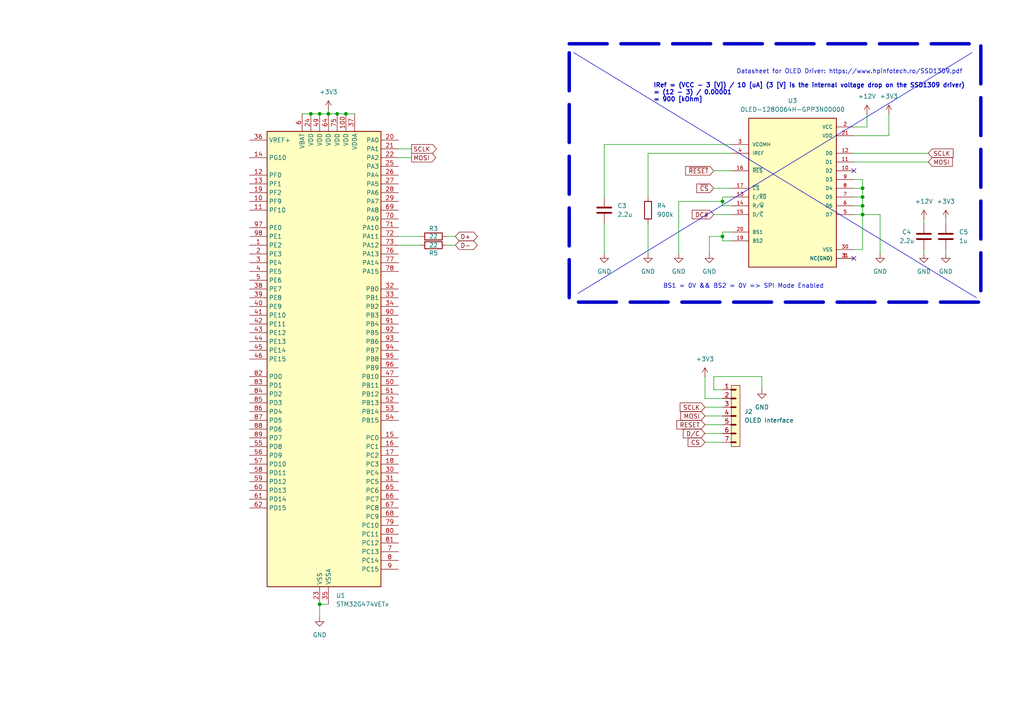
<source format=kicad_sch>
(kicad_sch
	(version 20231120)
	(generator "eeschema")
	(generator_version "8.0")
	(uuid "a4679053-8116-4d89-8ab1-4816658b643d")
	(paper "A4")
	(lib_symbols
		(symbol "CAP_2.2UF_0603_1"
			(pin_numbers hide)
			(pin_names
				(offset 0.254)
			)
			(exclude_from_sim no)
			(in_bom yes)
			(on_board yes)
			(property "Reference" "C"
				(at 0.635 2.54 0)
				(effects
					(font
						(size 1.27 1.27)
					)
					(justify left)
				)
			)
			(property "Value" "2.2u"
				(at 0.635 -2.54 0)
				(effects
					(font
						(size 1.27 1.27)
					)
					(justify left)
				)
			)
			(property "Footprint" ""
				(at 0.9652 -3.81 0)
				(effects
					(font
						(size 1.27 1.27)
					)
					(hide yes)
				)
			)
			(property "Datasheet" "https://mm.digikey.com/Volume0/opasdata/d220001/medias/docus/421/CL10A225KO8NNNC_Spec.pdf"
				(at 0 0 0)
				(effects
					(font
						(size 1.27 1.27)
					)
					(hide yes)
				)
			)
			(property "Description" "2.2 uF cap"
				(at 0 0 0)
				(effects
					(font
						(size 1.27 1.27)
					)
					(hide yes)
				)
			)
			(property "ki_keywords" "cap capacitor"
				(at 0 0 0)
				(effects
					(font
						(size 1.27 1.27)
					)
					(hide yes)
				)
			)
			(property "ki_fp_filters" "C_*"
				(at 0 0 0)
				(effects
					(font
						(size 1.27 1.27)
					)
					(hide yes)
				)
			)
			(symbol "CAP_2.2UF_0603_1_0_1"
				(polyline
					(pts
						(xy -2.032 -0.762) (xy 2.032 -0.762)
					)
					(stroke
						(width 0.508)
						(type default)
					)
					(fill
						(type none)
					)
				)
				(polyline
					(pts
						(xy -2.032 0.762) (xy 2.032 0.762)
					)
					(stroke
						(width 0.508)
						(type default)
					)
					(fill
						(type none)
					)
				)
			)
			(symbol "CAP_2.2UF_0603_1_1_1"
				(pin passive line
					(at 0 3.81 270)
					(length 2.794)
					(name "~"
						(effects
							(font
								(size 1.27 1.27)
							)
						)
					)
					(number "1"
						(effects
							(font
								(size 1.27 1.27)
							)
						)
					)
				)
				(pin passive line
					(at 0 -3.81 90)
					(length 2.794)
					(name "~"
						(effects
							(font
								(size 1.27 1.27)
							)
						)
					)
					(number "2"
						(effects
							(font
								(size 1.27 1.27)
							)
						)
					)
				)
			)
		)
		(symbol "MCU_ST_STM32G4:STM32G474VETx"
			(exclude_from_sim no)
			(in_bom yes)
			(on_board yes)
			(property "Reference" "U"
				(at -15.24 67.31 0)
				(effects
					(font
						(size 1.27 1.27)
					)
					(justify left)
				)
			)
			(property "Value" "STM32G474VETx"
				(at 12.7 67.31 0)
				(effects
					(font
						(size 1.27 1.27)
					)
					(justify left)
				)
			)
			(property "Footprint" "Package_QFP:LQFP-100_14x14mm_P0.5mm"
				(at -15.24 -66.04 0)
				(effects
					(font
						(size 1.27 1.27)
					)
					(justify right)
					(hide yes)
				)
			)
			(property "Datasheet" "https://www.st.com/resource/en/datasheet/stm32g474ve.pdf"
				(at 0 0 0)
				(effects
					(font
						(size 1.27 1.27)
					)
					(hide yes)
				)
			)
			(property "Description" "STMicroelectronics Arm Cortex-M4 MCU, 512KB flash, 128KB RAM, 170 MHz, 1.71-3.6V, 86 GPIO, LQFP100"
				(at 0 0 0)
				(effects
					(font
						(size 1.27 1.27)
					)
					(hide yes)
				)
			)
			(property "ki_locked" ""
				(at 0 0 0)
				(effects
					(font
						(size 1.27 1.27)
					)
				)
			)
			(property "ki_keywords" "Arm Cortex-M4 STM32G4 STM32G4x4"
				(at 0 0 0)
				(effects
					(font
						(size 1.27 1.27)
					)
					(hide yes)
				)
			)
			(property "ki_fp_filters" "LQFP*14x14mm*P0.5mm*"
				(at 0 0 0)
				(effects
					(font
						(size 1.27 1.27)
					)
					(hide yes)
				)
			)
			(symbol "STM32G474VETx_0_1"
				(rectangle
					(start -15.24 -66.04)
					(end 17.78 66.04)
					(stroke
						(width 0.254)
						(type default)
					)
					(fill
						(type background)
					)
				)
			)
			(symbol "STM32G474VETx_1_1"
				(pin bidirectional line
					(at -20.32 33.02 0)
					(length 5.08)
					(name "PE2"
						(effects
							(font
								(size 1.27 1.27)
							)
						)
					)
					(number "1"
						(effects
							(font
								(size 1.27 1.27)
							)
						)
					)
					(alternate "ADC3_EXTI2" bidirectional line)
					(alternate "ADC4_EXTI2" bidirectional line)
					(alternate "ADC5_EXTI2" bidirectional line)
					(alternate "FMC_A23" bidirectional line)
					(alternate "SAI1_CK1" bidirectional line)
					(alternate "SAI1_MCLK_A" bidirectional line)
					(alternate "SPI4_SCK" bidirectional line)
					(alternate "SYS_TRACECLK" bidirectional line)
					(alternate "TIM20_CH1" bidirectional line)
					(alternate "TIM3_CH1" bidirectional line)
				)
				(pin bidirectional line
					(at -20.32 45.72 0)
					(length 5.08)
					(name "PF9"
						(effects
							(font
								(size 1.27 1.27)
							)
						)
					)
					(number "10"
						(effects
							(font
								(size 1.27 1.27)
							)
						)
					)
					(alternate "DAC1_EXTI9" bidirectional line)
					(alternate "DAC2_EXTI9" bidirectional line)
					(alternate "DAC3_EXTI9" bidirectional line)
					(alternate "DAC4_EXTI9" bidirectional line)
					(alternate "FMC_A25" bidirectional line)
					(alternate "QUADSPI1_BK1_IO1" bidirectional line)
					(alternate "SAI1_FS_B" bidirectional line)
					(alternate "SPI2_SCK" bidirectional line)
					(alternate "TIM15_CH1" bidirectional line)
					(alternate "TIM20_BKIN" bidirectional line)
					(alternate "TIM5_CH4" bidirectional line)
				)
				(pin power_in line
					(at 7.62 71.12 270)
					(length 5.08)
					(name "VDD"
						(effects
							(font
								(size 1.27 1.27)
							)
						)
					)
					(number "100"
						(effects
							(font
								(size 1.27 1.27)
							)
						)
					)
				)
				(pin bidirectional line
					(at -20.32 43.18 0)
					(length 5.08)
					(name "PF10"
						(effects
							(font
								(size 1.27 1.27)
							)
						)
					)
					(number "11"
						(effects
							(font
								(size 1.27 1.27)
							)
						)
					)
					(alternate "DAC1_EXTI10" bidirectional line)
					(alternate "DAC2_EXTI10" bidirectional line)
					(alternate "DAC3_EXTI10" bidirectional line)
					(alternate "DAC4_EXTI10" bidirectional line)
					(alternate "FMC_A0" bidirectional line)
					(alternate "QUADSPI1_CLK" bidirectional line)
					(alternate "SAI1_D3" bidirectional line)
					(alternate "SPI2_SCK" bidirectional line)
					(alternate "TIM15_CH2" bidirectional line)
					(alternate "TIM20_BKIN2" bidirectional line)
				)
				(pin bidirectional line
					(at -20.32 53.34 0)
					(length 5.08)
					(name "PF0"
						(effects
							(font
								(size 1.27 1.27)
							)
						)
					)
					(number "12"
						(effects
							(font
								(size 1.27 1.27)
							)
						)
					)
					(alternate "ADC1_IN10" bidirectional line)
					(alternate "I2C2_SDA" bidirectional line)
					(alternate "I2S2_WS" bidirectional line)
					(alternate "RCC_OSC_IN" bidirectional line)
					(alternate "SPI2_NSS" bidirectional line)
					(alternate "TIM1_CH3N" bidirectional line)
				)
				(pin bidirectional line
					(at -20.32 50.8 0)
					(length 5.08)
					(name "PF1"
						(effects
							(font
								(size 1.27 1.27)
							)
						)
					)
					(number "13"
						(effects
							(font
								(size 1.27 1.27)
							)
						)
					)
					(alternate "ADC2_IN10" bidirectional line)
					(alternate "COMP3_INM" bidirectional line)
					(alternate "I2S2_CK" bidirectional line)
					(alternate "RCC_OSC_OUT" bidirectional line)
					(alternate "SPI2_SCK" bidirectional line)
				)
				(pin bidirectional line
					(at -20.32 58.42 0)
					(length 5.08)
					(name "PG10"
						(effects
							(font
								(size 1.27 1.27)
							)
						)
					)
					(number "14"
						(effects
							(font
								(size 1.27 1.27)
							)
						)
					)
					(alternate "DAC1_EXTI10" bidirectional line)
					(alternate "DAC2_EXTI10" bidirectional line)
					(alternate "DAC3_EXTI10" bidirectional line)
					(alternate "DAC4_EXTI10" bidirectional line)
					(alternate "RCC_MCO" bidirectional line)
				)
				(pin bidirectional line
					(at 22.86 -22.86 180)
					(length 5.08)
					(name "PC0"
						(effects
							(font
								(size 1.27 1.27)
							)
						)
					)
					(number "15"
						(effects
							(font
								(size 1.27 1.27)
							)
						)
					)
					(alternate "ADC1_IN6" bidirectional line)
					(alternate "ADC2_IN6" bidirectional line)
					(alternate "COMP3_INM" bidirectional line)
					(alternate "LPTIM1_IN1" bidirectional line)
					(alternate "LPUART1_RX" bidirectional line)
					(alternate "TIM1_CH1" bidirectional line)
				)
				(pin bidirectional line
					(at 22.86 -25.4 180)
					(length 5.08)
					(name "PC1"
						(effects
							(font
								(size 1.27 1.27)
							)
						)
					)
					(number "16"
						(effects
							(font
								(size 1.27 1.27)
							)
						)
					)
					(alternate "ADC1_IN7" bidirectional line)
					(alternate "ADC2_IN7" bidirectional line)
					(alternate "COMP3_INP" bidirectional line)
					(alternate "LPTIM1_OUT" bidirectional line)
					(alternate "LPUART1_TX" bidirectional line)
					(alternate "QUADSPI1_BK2_IO0" bidirectional line)
					(alternate "SAI1_SD_A" bidirectional line)
					(alternate "TIM1_CH2" bidirectional line)
				)
				(pin bidirectional line
					(at 22.86 -27.94 180)
					(length 5.08)
					(name "PC2"
						(effects
							(font
								(size 1.27 1.27)
							)
						)
					)
					(number "17"
						(effects
							(font
								(size 1.27 1.27)
							)
						)
					)
					(alternate "ADC1_IN8" bidirectional line)
					(alternate "ADC2_IN8" bidirectional line)
					(alternate "ADC3_EXTI2" bidirectional line)
					(alternate "ADC4_EXTI2" bidirectional line)
					(alternate "ADC5_EXTI2" bidirectional line)
					(alternate "COMP3_OUT" bidirectional line)
					(alternate "LPTIM1_IN2" bidirectional line)
					(alternate "QUADSPI1_BK2_IO1" bidirectional line)
					(alternate "TIM1_CH3" bidirectional line)
					(alternate "TIM20_CH2" bidirectional line)
				)
				(pin bidirectional line
					(at 22.86 -30.48 180)
					(length 5.08)
					(name "PC3"
						(effects
							(font
								(size 1.27 1.27)
							)
						)
					)
					(number "18"
						(effects
							(font
								(size 1.27 1.27)
							)
						)
					)
					(alternate "ADC1_IN9" bidirectional line)
					(alternate "ADC2_IN9" bidirectional line)
					(alternate "ADC3_EXTI3" bidirectional line)
					(alternate "ADC4_EXTI3" bidirectional line)
					(alternate "ADC5_EXTI3" bidirectional line)
					(alternate "LPTIM1_ETR" bidirectional line)
					(alternate "OPAMP5_VINP" bidirectional line)
					(alternate "OPAMP5_VINP_SEC" bidirectional line)
					(alternate "QUADSPI1_BK2_IO2" bidirectional line)
					(alternate "SAI1_D1" bidirectional line)
					(alternate "SAI1_SD_A" bidirectional line)
					(alternate "TIM1_BKIN2" bidirectional line)
					(alternate "TIM1_CH4" bidirectional line)
				)
				(pin bidirectional line
					(at -20.32 48.26 0)
					(length 5.08)
					(name "PF2"
						(effects
							(font
								(size 1.27 1.27)
							)
						)
					)
					(number "19"
						(effects
							(font
								(size 1.27 1.27)
							)
						)
					)
					(alternate "ADC3_EXTI2" bidirectional line)
					(alternate "ADC4_EXTI2" bidirectional line)
					(alternate "ADC5_EXTI2" bidirectional line)
					(alternate "FMC_A2" bidirectional line)
					(alternate "I2C2_SMBA" bidirectional line)
					(alternate "TIM20_CH3" bidirectional line)
				)
				(pin bidirectional line
					(at -20.32 30.48 0)
					(length 5.08)
					(name "PE3"
						(effects
							(font
								(size 1.27 1.27)
							)
						)
					)
					(number "2"
						(effects
							(font
								(size 1.27 1.27)
							)
						)
					)
					(alternate "ADC3_EXTI3" bidirectional line)
					(alternate "ADC4_EXTI3" bidirectional line)
					(alternate "ADC5_EXTI3" bidirectional line)
					(alternate "FMC_A19" bidirectional line)
					(alternate "SAI1_SD_B" bidirectional line)
					(alternate "SPI4_NSS" bidirectional line)
					(alternate "SYS_TRACED0" bidirectional line)
					(alternate "TIM20_CH2" bidirectional line)
					(alternate "TIM3_CH2" bidirectional line)
				)
				(pin bidirectional line
					(at 22.86 63.5 180)
					(length 5.08)
					(name "PA0"
						(effects
							(font
								(size 1.27 1.27)
							)
						)
					)
					(number "20"
						(effects
							(font
								(size 1.27 1.27)
							)
						)
					)
					(alternate "ADC1_IN1" bidirectional line)
					(alternate "ADC2_IN1" bidirectional line)
					(alternate "COMP1_INM" bidirectional line)
					(alternate "COMP1_OUT" bidirectional line)
					(alternate "COMP3_INP" bidirectional line)
					(alternate "RTC_TAMP2" bidirectional line)
					(alternate "SYS_WKUP1" bidirectional line)
					(alternate "TIM2_CH1" bidirectional line)
					(alternate "TIM2_ETR" bidirectional line)
					(alternate "TIM5_CH1" bidirectional line)
					(alternate "TIM8_BKIN" bidirectional line)
					(alternate "TIM8_ETR" bidirectional line)
					(alternate "USART2_CTS" bidirectional line)
					(alternate "USART2_NSS" bidirectional line)
				)
				(pin bidirectional line
					(at 22.86 60.96 180)
					(length 5.08)
					(name "PA1"
						(effects
							(font
								(size 1.27 1.27)
							)
						)
					)
					(number "21"
						(effects
							(font
								(size 1.27 1.27)
							)
						)
					)
					(alternate "ADC1_IN2" bidirectional line)
					(alternate "ADC2_IN2" bidirectional line)
					(alternate "COMP1_INP" bidirectional line)
					(alternate "OPAMP1_VINP" bidirectional line)
					(alternate "OPAMP1_VINP_SEC" bidirectional line)
					(alternate "OPAMP3_VINP" bidirectional line)
					(alternate "OPAMP3_VINP_SEC" bidirectional line)
					(alternate "OPAMP6_VINM" bidirectional line)
					(alternate "OPAMP6_VINM0" bidirectional line)
					(alternate "OPAMP6_VINM_SEC" bidirectional line)
					(alternate "RTC_REFIN" bidirectional line)
					(alternate "TIM15_CH1N" bidirectional line)
					(alternate "TIM2_CH2" bidirectional line)
					(alternate "TIM5_CH2" bidirectional line)
					(alternate "USART2_DE" bidirectional line)
					(alternate "USART2_RTS" bidirectional line)
				)
				(pin bidirectional line
					(at 22.86 58.42 180)
					(length 5.08)
					(name "PA2"
						(effects
							(font
								(size 1.27 1.27)
							)
						)
					)
					(number "22"
						(effects
							(font
								(size 1.27 1.27)
							)
						)
					)
					(alternate "ADC1_IN3" bidirectional line)
					(alternate "ADC3_EXTI2" bidirectional line)
					(alternate "ADC4_EXTI2" bidirectional line)
					(alternate "ADC5_EXTI2" bidirectional line)
					(alternate "COMP2_INM" bidirectional line)
					(alternate "COMP2_OUT" bidirectional line)
					(alternate "LPUART1_TX" bidirectional line)
					(alternate "OPAMP1_VOUT" bidirectional line)
					(alternate "QUADSPI1_BK1_NCS" bidirectional line)
					(alternate "RCC_LSCO" bidirectional line)
					(alternate "SYS_WKUP4" bidirectional line)
					(alternate "TIM15_CH1" bidirectional line)
					(alternate "TIM2_CH3" bidirectional line)
					(alternate "TIM5_CH3" bidirectional line)
					(alternate "UCPD1_FRSTX1" bidirectional line)
					(alternate "UCPD1_FRSTX2" bidirectional line)
					(alternate "USART2_TX" bidirectional line)
				)
				(pin power_in line
					(at 0 -71.12 90)
					(length 5.08)
					(name "VSS"
						(effects
							(font
								(size 1.27 1.27)
							)
						)
					)
					(number "23"
						(effects
							(font
								(size 1.27 1.27)
							)
						)
					)
				)
				(pin power_in line
					(at -2.54 71.12 270)
					(length 5.08)
					(name "VDD"
						(effects
							(font
								(size 1.27 1.27)
							)
						)
					)
					(number "24"
						(effects
							(font
								(size 1.27 1.27)
							)
						)
					)
				)
				(pin bidirectional line
					(at 22.86 55.88 180)
					(length 5.08)
					(name "PA3"
						(effects
							(font
								(size 1.27 1.27)
							)
						)
					)
					(number "25"
						(effects
							(font
								(size 1.27 1.27)
							)
						)
					)
					(alternate "ADC1_IN4" bidirectional line)
					(alternate "ADC3_EXTI3" bidirectional line)
					(alternate "ADC4_EXTI3" bidirectional line)
					(alternate "ADC5_EXTI3" bidirectional line)
					(alternate "COMP2_INP" bidirectional line)
					(alternate "LPUART1_RX" bidirectional line)
					(alternate "OPAMP1_VINM" bidirectional line)
					(alternate "OPAMP1_VINM0" bidirectional line)
					(alternate "OPAMP1_VINM_SEC" bidirectional line)
					(alternate "OPAMP1_VINP" bidirectional line)
					(alternate "OPAMP1_VINP_SEC" bidirectional line)
					(alternate "OPAMP5_VINM" bidirectional line)
					(alternate "OPAMP5_VINM1" bidirectional line)
					(alternate "OPAMP5_VINM_SEC" bidirectional line)
					(alternate "QUADSPI1_CLK" bidirectional line)
					(alternate "SAI1_CK1" bidirectional line)
					(alternate "SAI1_MCLK_A" bidirectional line)
					(alternate "TIM15_CH2" bidirectional line)
					(alternate "TIM2_CH4" bidirectional line)
					(alternate "TIM5_CH4" bidirectional line)
					(alternate "USART2_RX" bidirectional line)
				)
				(pin bidirectional line
					(at 22.86 53.34 180)
					(length 5.08)
					(name "PA4"
						(effects
							(font
								(size 1.27 1.27)
							)
						)
					)
					(number "26"
						(effects
							(font
								(size 1.27 1.27)
							)
						)
					)
					(alternate "ADC2_IN17" bidirectional line)
					(alternate "COMP1_INM" bidirectional line)
					(alternate "DAC1_OUT1" bidirectional line)
					(alternate "I2S3_WS" bidirectional line)
					(alternate "SAI1_FS_B" bidirectional line)
					(alternate "SPI1_NSS" bidirectional line)
					(alternate "SPI3_NSS" bidirectional line)
					(alternate "TIM3_CH2" bidirectional line)
					(alternate "USART2_CK" bidirectional line)
				)
				(pin bidirectional line
					(at 22.86 50.8 180)
					(length 5.08)
					(name "PA5"
						(effects
							(font
								(size 1.27 1.27)
							)
						)
					)
					(number "27"
						(effects
							(font
								(size 1.27 1.27)
							)
						)
					)
					(alternate "ADC2_IN13" bidirectional line)
					(alternate "COMP2_INM" bidirectional line)
					(alternate "DAC1_OUT2" bidirectional line)
					(alternate "OPAMP2_VINM" bidirectional line)
					(alternate "OPAMP2_VINM0" bidirectional line)
					(alternate "OPAMP2_VINM_SEC" bidirectional line)
					(alternate "SPI1_SCK" bidirectional line)
					(alternate "TIM2_CH1" bidirectional line)
					(alternate "TIM2_ETR" bidirectional line)
					(alternate "UCPD1_FRSTX1" bidirectional line)
					(alternate "UCPD1_FRSTX2" bidirectional line)
				)
				(pin bidirectional line
					(at 22.86 48.26 180)
					(length 5.08)
					(name "PA6"
						(effects
							(font
								(size 1.27 1.27)
							)
						)
					)
					(number "28"
						(effects
							(font
								(size 1.27 1.27)
							)
						)
					)
					(alternate "ADC2_IN3" bidirectional line)
					(alternate "COMP1_OUT" bidirectional line)
					(alternate "DAC2_OUT1" bidirectional line)
					(alternate "LPUART1_CTS" bidirectional line)
					(alternate "OPAMP2_VOUT" bidirectional line)
					(alternate "QUADSPI1_BK1_IO3" bidirectional line)
					(alternate "SPI1_MISO" bidirectional line)
					(alternate "TIM16_CH1" bidirectional line)
					(alternate "TIM1_BKIN" bidirectional line)
					(alternate "TIM3_CH1" bidirectional line)
					(alternate "TIM8_BKIN" bidirectional line)
				)
				(pin bidirectional line
					(at 22.86 45.72 180)
					(length 5.08)
					(name "PA7"
						(effects
							(font
								(size 1.27 1.27)
							)
						)
					)
					(number "29"
						(effects
							(font
								(size 1.27 1.27)
							)
						)
					)
					(alternate "ADC2_IN4" bidirectional line)
					(alternate "COMP2_INP" bidirectional line)
					(alternate "COMP2_OUT" bidirectional line)
					(alternate "OPAMP1_VINP" bidirectional line)
					(alternate "OPAMP1_VINP_SEC" bidirectional line)
					(alternate "OPAMP2_VINP" bidirectional line)
					(alternate "OPAMP2_VINP_SEC" bidirectional line)
					(alternate "QUADSPI1_BK1_IO2" bidirectional line)
					(alternate "SPI1_MOSI" bidirectional line)
					(alternate "TIM17_CH1" bidirectional line)
					(alternate "TIM1_CH1N" bidirectional line)
					(alternate "TIM3_CH2" bidirectional line)
					(alternate "TIM8_CH1N" bidirectional line)
					(alternate "UCPD1_FRSTX1" bidirectional line)
					(alternate "UCPD1_FRSTX2" bidirectional line)
				)
				(pin bidirectional line
					(at -20.32 27.94 0)
					(length 5.08)
					(name "PE4"
						(effects
							(font
								(size 1.27 1.27)
							)
						)
					)
					(number "3"
						(effects
							(font
								(size 1.27 1.27)
							)
						)
					)
					(alternate "FMC_A20" bidirectional line)
					(alternate "SAI1_D2" bidirectional line)
					(alternate "SAI1_FS_A" bidirectional line)
					(alternate "SPI4_NSS" bidirectional line)
					(alternate "SYS_TRACED1" bidirectional line)
					(alternate "TIM20_CH1N" bidirectional line)
					(alternate "TIM3_CH3" bidirectional line)
				)
				(pin bidirectional line
					(at 22.86 -33.02 180)
					(length 5.08)
					(name "PC4"
						(effects
							(font
								(size 1.27 1.27)
							)
						)
					)
					(number "30"
						(effects
							(font
								(size 1.27 1.27)
							)
						)
					)
					(alternate "ADC2_IN5" bidirectional line)
					(alternate "I2C2_SCL" bidirectional line)
					(alternate "QUADSPI1_BK2_IO3" bidirectional line)
					(alternate "TIM1_ETR" bidirectional line)
					(alternate "USART1_TX" bidirectional line)
				)
				(pin bidirectional line
					(at 22.86 -35.56 180)
					(length 5.08)
					(name "PC5"
						(effects
							(font
								(size 1.27 1.27)
							)
						)
					)
					(number "31"
						(effects
							(font
								(size 1.27 1.27)
							)
						)
					)
					(alternate "ADC2_IN11" bidirectional line)
					(alternate "HRTIM1_EEV10" bidirectional line)
					(alternate "OPAMP1_VINM" bidirectional line)
					(alternate "OPAMP1_VINM1" bidirectional line)
					(alternate "OPAMP1_VINM_SEC" bidirectional line)
					(alternate "OPAMP2_VINM" bidirectional line)
					(alternate "OPAMP2_VINM1" bidirectional line)
					(alternate "OPAMP2_VINM_SEC" bidirectional line)
					(alternate "SAI1_D3" bidirectional line)
					(alternate "SYS_WKUP5" bidirectional line)
					(alternate "TIM15_BKIN" bidirectional line)
					(alternate "TIM1_CH4N" bidirectional line)
					(alternate "USART1_RX" bidirectional line)
				)
				(pin bidirectional line
					(at 22.86 20.32 180)
					(length 5.08)
					(name "PB0"
						(effects
							(font
								(size 1.27 1.27)
							)
						)
					)
					(number "32"
						(effects
							(font
								(size 1.27 1.27)
							)
						)
					)
					(alternate "ADC1_IN15" bidirectional line)
					(alternate "ADC3_IN12" bidirectional line)
					(alternate "COMP4_INP" bidirectional line)
					(alternate "HRTIM1_FLT5" bidirectional line)
					(alternate "OPAMP2_VINP" bidirectional line)
					(alternate "OPAMP2_VINP_SEC" bidirectional line)
					(alternate "OPAMP3_VINP" bidirectional line)
					(alternate "OPAMP3_VINP_SEC" bidirectional line)
					(alternate "QUADSPI1_BK1_IO1" bidirectional line)
					(alternate "TIM1_CH2N" bidirectional line)
					(alternate "TIM3_CH3" bidirectional line)
					(alternate "TIM8_CH2N" bidirectional line)
					(alternate "UCPD1_FRSTX1" bidirectional line)
					(alternate "UCPD1_FRSTX2" bidirectional line)
				)
				(pin bidirectional line
					(at 22.86 17.78 180)
					(length 5.08)
					(name "PB1"
						(effects
							(font
								(size 1.27 1.27)
							)
						)
					)
					(number "33"
						(effects
							(font
								(size 1.27 1.27)
							)
						)
					)
					(alternate "ADC1_IN12" bidirectional line)
					(alternate "ADC3_IN1" bidirectional line)
					(alternate "COMP1_INP" bidirectional line)
					(alternate "COMP4_OUT" bidirectional line)
					(alternate "HRTIM1_SCOUT" bidirectional line)
					(alternate "LPUART1_DE" bidirectional line)
					(alternate "LPUART1_RTS" bidirectional line)
					(alternate "OPAMP3_VOUT" bidirectional line)
					(alternate "OPAMP6_VINM" bidirectional line)
					(alternate "OPAMP6_VINM1" bidirectional line)
					(alternate "OPAMP6_VINM_SEC" bidirectional line)
					(alternate "QUADSPI1_BK1_IO0" bidirectional line)
					(alternate "TIM1_CH3N" bidirectional line)
					(alternate "TIM3_CH4" bidirectional line)
					(alternate "TIM8_CH3N" bidirectional line)
				)
				(pin bidirectional line
					(at 22.86 15.24 180)
					(length 5.08)
					(name "PB2"
						(effects
							(font
								(size 1.27 1.27)
							)
						)
					)
					(number "34"
						(effects
							(font
								(size 1.27 1.27)
							)
						)
					)
					(alternate "ADC2_IN12" bidirectional line)
					(alternate "ADC3_EXTI2" bidirectional line)
					(alternate "ADC4_EXTI2" bidirectional line)
					(alternate "ADC5_EXTI2" bidirectional line)
					(alternate "COMP4_INM" bidirectional line)
					(alternate "HRTIM1_SCIN" bidirectional line)
					(alternate "I2C3_SMBA" bidirectional line)
					(alternate "LPTIM1_OUT" bidirectional line)
					(alternate "OPAMP3_VINM" bidirectional line)
					(alternate "OPAMP3_VINM0" bidirectional line)
					(alternate "OPAMP3_VINM_SEC" bidirectional line)
					(alternate "QUADSPI1_BK2_IO1" bidirectional line)
					(alternate "RTC_OUT2" bidirectional line)
					(alternate "TIM20_CH1" bidirectional line)
					(alternate "TIM5_CH1" bidirectional line)
				)
				(pin power_in line
					(at 2.54 -71.12 90)
					(length 5.08)
					(name "VSSA"
						(effects
							(font
								(size 1.27 1.27)
							)
						)
					)
					(number "35"
						(effects
							(font
								(size 1.27 1.27)
							)
						)
					)
				)
				(pin input line
					(at -20.32 63.5 0)
					(length 5.08)
					(name "VREF+"
						(effects
							(font
								(size 1.27 1.27)
							)
						)
					)
					(number "36"
						(effects
							(font
								(size 1.27 1.27)
							)
						)
					)
					(alternate "VREFBUF_OUT" bidirectional line)
				)
				(pin power_in line
					(at 10.16 71.12 270)
					(length 5.08)
					(name "VDDA"
						(effects
							(font
								(size 1.27 1.27)
							)
						)
					)
					(number "37"
						(effects
							(font
								(size 1.27 1.27)
							)
						)
					)
				)
				(pin bidirectional line
					(at -20.32 20.32 0)
					(length 5.08)
					(name "PE7"
						(effects
							(font
								(size 1.27 1.27)
							)
						)
					)
					(number "38"
						(effects
							(font
								(size 1.27 1.27)
							)
						)
					)
					(alternate "ADC3_IN4" bidirectional line)
					(alternate "COMP4_INP" bidirectional line)
					(alternate "FMC_D4" bidirectional line)
					(alternate "FMC_DA4" bidirectional line)
					(alternate "SAI1_SD_B" bidirectional line)
					(alternate "TIM1_ETR" bidirectional line)
				)
				(pin bidirectional line
					(at -20.32 17.78 0)
					(length 5.08)
					(name "PE8"
						(effects
							(font
								(size 1.27 1.27)
							)
						)
					)
					(number "39"
						(effects
							(font
								(size 1.27 1.27)
							)
						)
					)
					(alternate "ADC3_IN6" bidirectional line)
					(alternate "ADC4_IN6" bidirectional line)
					(alternate "ADC5_IN6" bidirectional line)
					(alternate "COMP4_INM" bidirectional line)
					(alternate "FMC_D5" bidirectional line)
					(alternate "FMC_DA5" bidirectional line)
					(alternate "SAI1_SCK_B" bidirectional line)
					(alternate "TIM1_CH1N" bidirectional line)
					(alternate "TIM5_CH3" bidirectional line)
				)
				(pin bidirectional line
					(at -20.32 25.4 0)
					(length 5.08)
					(name "PE5"
						(effects
							(font
								(size 1.27 1.27)
							)
						)
					)
					(number "4"
						(effects
							(font
								(size 1.27 1.27)
							)
						)
					)
					(alternate "FMC_A21" bidirectional line)
					(alternate "SAI1_CK2" bidirectional line)
					(alternate "SAI1_SCK_A" bidirectional line)
					(alternate "SPI4_MISO" bidirectional line)
					(alternate "SYS_TRACED2" bidirectional line)
					(alternate "TIM20_CH2N" bidirectional line)
					(alternate "TIM3_CH4" bidirectional line)
				)
				(pin bidirectional line
					(at -20.32 15.24 0)
					(length 5.08)
					(name "PE9"
						(effects
							(font
								(size 1.27 1.27)
							)
						)
					)
					(number "40"
						(effects
							(font
								(size 1.27 1.27)
							)
						)
					)
					(alternate "ADC3_IN2" bidirectional line)
					(alternate "DAC1_EXTI9" bidirectional line)
					(alternate "DAC2_EXTI9" bidirectional line)
					(alternate "DAC3_EXTI9" bidirectional line)
					(alternate "DAC4_EXTI9" bidirectional line)
					(alternate "FMC_D6" bidirectional line)
					(alternate "FMC_DA6" bidirectional line)
					(alternate "SAI1_FS_B" bidirectional line)
					(alternate "TIM1_CH1" bidirectional line)
					(alternate "TIM5_CH4" bidirectional line)
				)
				(pin bidirectional line
					(at -20.32 12.7 0)
					(length 5.08)
					(name "PE10"
						(effects
							(font
								(size 1.27 1.27)
							)
						)
					)
					(number "41"
						(effects
							(font
								(size 1.27 1.27)
							)
						)
					)
					(alternate "ADC3_IN14" bidirectional line)
					(alternate "ADC4_IN14" bidirectional line)
					(alternate "ADC5_IN14" bidirectional line)
					(alternate "DAC1_EXTI10" bidirectional line)
					(alternate "DAC2_EXTI10" bidirectional line)
					(alternate "DAC3_EXTI10" bidirectional line)
					(alternate "DAC4_EXTI10" bidirectional line)
					(alternate "FMC_D7" bidirectional line)
					(alternate "FMC_DA7" bidirectional line)
					(alternate "QUADSPI1_CLK" bidirectional line)
					(alternate "SAI1_MCLK_B" bidirectional line)
					(alternate "TIM1_CH2N" bidirectional line)
				)
				(pin bidirectional line
					(at -20.32 10.16 0)
					(length 5.08)
					(name "PE11"
						(effects
							(font
								(size 1.27 1.27)
							)
						)
					)
					(number "42"
						(effects
							(font
								(size 1.27 1.27)
							)
						)
					)
					(alternate "ADC1_EXTI11" bidirectional line)
					(alternate "ADC2_EXTI11" bidirectional line)
					(alternate "ADC3_IN15" bidirectional line)
					(alternate "ADC4_IN15" bidirectional line)
					(alternate "ADC5_IN15" bidirectional line)
					(alternate "FMC_D8" bidirectional line)
					(alternate "FMC_DA8" bidirectional line)
					(alternate "QUADSPI1_BK1_NCS" bidirectional line)
					(alternate "SPI4_NSS" bidirectional line)
					(alternate "TIM1_CH2" bidirectional line)
				)
				(pin bidirectional line
					(at -20.32 7.62 0)
					(length 5.08)
					(name "PE12"
						(effects
							(font
								(size 1.27 1.27)
							)
						)
					)
					(number "43"
						(effects
							(font
								(size 1.27 1.27)
							)
						)
					)
					(alternate "ADC3_IN16" bidirectional line)
					(alternate "ADC4_IN16" bidirectional line)
					(alternate "ADC5_IN16" bidirectional line)
					(alternate "FMC_D9" bidirectional line)
					(alternate "FMC_DA9" bidirectional line)
					(alternate "QUADSPI1_BK1_IO0" bidirectional line)
					(alternate "SPI4_SCK" bidirectional line)
					(alternate "TIM1_CH3N" bidirectional line)
				)
				(pin bidirectional line
					(at -20.32 5.08 0)
					(length 5.08)
					(name "PE13"
						(effects
							(font
								(size 1.27 1.27)
							)
						)
					)
					(number "44"
						(effects
							(font
								(size 1.27 1.27)
							)
						)
					)
					(alternate "ADC3_IN3" bidirectional line)
					(alternate "FMC_D10" bidirectional line)
					(alternate "FMC_DA10" bidirectional line)
					(alternate "QUADSPI1_BK1_IO1" bidirectional line)
					(alternate "SPI4_MISO" bidirectional line)
					(alternate "TIM1_CH3" bidirectional line)
				)
				(pin bidirectional line
					(at -20.32 2.54 0)
					(length 5.08)
					(name "PE14"
						(effects
							(font
								(size 1.27 1.27)
							)
						)
					)
					(number "45"
						(effects
							(font
								(size 1.27 1.27)
							)
						)
					)
					(alternate "ADC4_IN1" bidirectional line)
					(alternate "FMC_D11" bidirectional line)
					(alternate "FMC_DA11" bidirectional line)
					(alternate "QUADSPI1_BK1_IO2" bidirectional line)
					(alternate "SPI4_MOSI" bidirectional line)
					(alternate "TIM1_BKIN2" bidirectional line)
					(alternate "TIM1_CH4" bidirectional line)
				)
				(pin bidirectional line
					(at -20.32 0 0)
					(length 5.08)
					(name "PE15"
						(effects
							(font
								(size 1.27 1.27)
							)
						)
					)
					(number "46"
						(effects
							(font
								(size 1.27 1.27)
							)
						)
					)
					(alternate "ADC1_EXTI15" bidirectional line)
					(alternate "ADC2_EXTI15" bidirectional line)
					(alternate "ADC4_IN2" bidirectional line)
					(alternate "FMC_D12" bidirectional line)
					(alternate "FMC_DA12" bidirectional line)
					(alternate "QUADSPI1_BK1_IO3" bidirectional line)
					(alternate "TIM1_BKIN" bidirectional line)
					(alternate "TIM1_CH4N" bidirectional line)
					(alternate "USART3_RX" bidirectional line)
				)
				(pin bidirectional line
					(at 22.86 -5.08 180)
					(length 5.08)
					(name "PB10"
						(effects
							(font
								(size 1.27 1.27)
							)
						)
					)
					(number "47"
						(effects
							(font
								(size 1.27 1.27)
							)
						)
					)
					(alternate "COMP5_INM" bidirectional line)
					(alternate "DAC1_EXTI10" bidirectional line)
					(alternate "DAC2_EXTI10" bidirectional line)
					(alternate "DAC3_EXTI10" bidirectional line)
					(alternate "DAC4_EXTI10" bidirectional line)
					(alternate "HRTIM1_FLT3" bidirectional line)
					(alternate "LPUART1_RX" bidirectional line)
					(alternate "OPAMP3_VINM" bidirectional line)
					(alternate "OPAMP3_VINM1" bidirectional line)
					(alternate "OPAMP3_VINM_SEC" bidirectional line)
					(alternate "OPAMP4_VINM" bidirectional line)
					(alternate "OPAMP4_VINM0" bidirectional line)
					(alternate "OPAMP4_VINM_SEC" bidirectional line)
					(alternate "QUADSPI1_CLK" bidirectional line)
					(alternate "SAI1_SCK_A" bidirectional line)
					(alternate "TIM1_BKIN" bidirectional line)
					(alternate "TIM2_CH3" bidirectional line)
					(alternate "USART3_TX" bidirectional line)
				)
				(pin passive line
					(at 0 -71.12 90)
					(length 5.08) hide
					(name "VSS"
						(effects
							(font
								(size 1.27 1.27)
							)
						)
					)
					(number "48"
						(effects
							(font
								(size 1.27 1.27)
							)
						)
					)
				)
				(pin power_in line
					(at 0 71.12 270)
					(length 5.08)
					(name "VDD"
						(effects
							(font
								(size 1.27 1.27)
							)
						)
					)
					(number "49"
						(effects
							(font
								(size 1.27 1.27)
							)
						)
					)
				)
				(pin bidirectional line
					(at -20.32 22.86 0)
					(length 5.08)
					(name "PE6"
						(effects
							(font
								(size 1.27 1.27)
							)
						)
					)
					(number "5"
						(effects
							(font
								(size 1.27 1.27)
							)
						)
					)
					(alternate "FMC_A22" bidirectional line)
					(alternate "RTC_TAMP3" bidirectional line)
					(alternate "SAI1_D1" bidirectional line)
					(alternate "SAI1_SD_A" bidirectional line)
					(alternate "SPI4_MOSI" bidirectional line)
					(alternate "SYS_TRACED3" bidirectional line)
					(alternate "SYS_WKUP3" bidirectional line)
					(alternate "TIM20_CH3N" bidirectional line)
				)
				(pin bidirectional line
					(at 22.86 -7.62 180)
					(length 5.08)
					(name "PB11"
						(effects
							(font
								(size 1.27 1.27)
							)
						)
					)
					(number "50"
						(effects
							(font
								(size 1.27 1.27)
							)
						)
					)
					(alternate "ADC1_EXTI11" bidirectional line)
					(alternate "ADC1_IN14" bidirectional line)
					(alternate "ADC2_EXTI11" bidirectional line)
					(alternate "ADC2_IN14" bidirectional line)
					(alternate "COMP6_INP" bidirectional line)
					(alternate "HRTIM1_FLT4" bidirectional line)
					(alternate "LPUART1_TX" bidirectional line)
					(alternate "OPAMP4_VINP" bidirectional line)
					(alternate "OPAMP4_VINP_SEC" bidirectional line)
					(alternate "OPAMP6_VOUT" bidirectional line)
					(alternate "QUADSPI1_BK1_NCS" bidirectional line)
					(alternate "TIM2_CH4" bidirectional line)
					(alternate "USART3_RX" bidirectional line)
				)
				(pin bidirectional line
					(at 22.86 -10.16 180)
					(length 5.08)
					(name "PB12"
						(effects
							(font
								(size 1.27 1.27)
							)
						)
					)
					(number "51"
						(effects
							(font
								(size 1.27 1.27)
							)
						)
					)
					(alternate "ADC1_IN11" bidirectional line)
					(alternate "ADC4_IN3" bidirectional line)
					(alternate "COMP7_INM" bidirectional line)
					(alternate "FDCAN2_RX" bidirectional line)
					(alternate "HRTIM1_CHC1" bidirectional line)
					(alternate "I2C2_SMBA" bidirectional line)
					(alternate "I2S2_WS" bidirectional line)
					(alternate "LPUART1_DE" bidirectional line)
					(alternate "LPUART1_RTS" bidirectional line)
					(alternate "OPAMP4_VOUT" bidirectional line)
					(alternate "OPAMP6_VINP" bidirectional line)
					(alternate "OPAMP6_VINP_SEC" bidirectional line)
					(alternate "SPI2_NSS" bidirectional line)
					(alternate "TIM1_BKIN" bidirectional line)
					(alternate "TIM5_ETR" bidirectional line)
					(alternate "USART3_CK" bidirectional line)
				)
				(pin bidirectional line
					(at 22.86 -12.7 180)
					(length 5.08)
					(name "PB13"
						(effects
							(font
								(size 1.27 1.27)
							)
						)
					)
					(number "52"
						(effects
							(font
								(size 1.27 1.27)
							)
						)
					)
					(alternate "ADC3_IN5" bidirectional line)
					(alternate "COMP5_INP" bidirectional line)
					(alternate "FDCAN2_TX" bidirectional line)
					(alternate "HRTIM1_CHC2" bidirectional line)
					(alternate "I2S2_CK" bidirectional line)
					(alternate "LPUART1_CTS" bidirectional line)
					(alternate "OPAMP3_VINP" bidirectional line)
					(alternate "OPAMP3_VINP_SEC" bidirectional line)
					(alternate "OPAMP4_VINP" bidirectional line)
					(alternate "OPAMP4_VINP_SEC" bidirectional line)
					(alternate "OPAMP6_VINP" bidirectional line)
					(alternate "OPAMP6_VINP_SEC" bidirectional line)
					(alternate "SPI2_SCK" bidirectional line)
					(alternate "TIM1_CH1N" bidirectional line)
					(alternate "USART3_CTS" bidirectional line)
					(alternate "USART3_NSS" bidirectional line)
				)
				(pin bidirectional line
					(at 22.86 -15.24 180)
					(length 5.08)
					(name "PB14"
						(effects
							(font
								(size 1.27 1.27)
							)
						)
					)
					(number "53"
						(effects
							(font
								(size 1.27 1.27)
							)
						)
					)
					(alternate "ADC1_IN5" bidirectional line)
					(alternate "ADC4_IN4" bidirectional line)
					(alternate "COMP4_OUT" bidirectional line)
					(alternate "COMP7_INP" bidirectional line)
					(alternate "HRTIM1_CHD1" bidirectional line)
					(alternate "OPAMP2_VINP" bidirectional line)
					(alternate "OPAMP2_VINP_SEC" bidirectional line)
					(alternate "OPAMP5_VINP" bidirectional line)
					(alternate "OPAMP5_VINP_SEC" bidirectional line)
					(alternate "SPI2_MISO" bidirectional line)
					(alternate "TIM15_CH1" bidirectional line)
					(alternate "TIM1_CH2N" bidirectional line)
					(alternate "USART3_DE" bidirectional line)
					(alternate "USART3_RTS" bidirectional line)
				)
				(pin bidirectional line
					(at 22.86 -17.78 180)
					(length 5.08)
					(name "PB15"
						(effects
							(font
								(size 1.27 1.27)
							)
						)
					)
					(number "54"
						(effects
							(font
								(size 1.27 1.27)
							)
						)
					)
					(alternate "ADC1_EXTI15" bidirectional line)
					(alternate "ADC2_EXTI15" bidirectional line)
					(alternate "ADC2_IN15" bidirectional line)
					(alternate "ADC4_IN5" bidirectional line)
					(alternate "COMP3_OUT" bidirectional line)
					(alternate "COMP6_INM" bidirectional line)
					(alternate "HRTIM1_CHD2" bidirectional line)
					(alternate "I2S2_SD" bidirectional line)
					(alternate "OPAMP5_VINM" bidirectional line)
					(alternate "OPAMP5_VINM0" bidirectional line)
					(alternate "OPAMP5_VINM_SEC" bidirectional line)
					(alternate "RTC_REFIN" bidirectional line)
					(alternate "SPI2_MOSI" bidirectional line)
					(alternate "TIM15_CH1N" bidirectional line)
					(alternate "TIM15_CH2" bidirectional line)
					(alternate "TIM1_CH3N" bidirectional line)
				)
				(pin bidirectional line
					(at -20.32 -25.4 0)
					(length 5.08)
					(name "PD8"
						(effects
							(font
								(size 1.27 1.27)
							)
						)
					)
					(number "55"
						(effects
							(font
								(size 1.27 1.27)
							)
						)
					)
					(alternate "ADC4_IN12" bidirectional line)
					(alternate "ADC5_IN12" bidirectional line)
					(alternate "FMC_D13" bidirectional line)
					(alternate "FMC_DA13" bidirectional line)
					(alternate "OPAMP4_VINM" bidirectional line)
					(alternate "OPAMP4_VINM1" bidirectional line)
					(alternate "OPAMP4_VINM_SEC" bidirectional line)
					(alternate "USART3_TX" bidirectional line)
				)
				(pin bidirectional line
					(at -20.32 -27.94 0)
					(length 5.08)
					(name "PD9"
						(effects
							(font
								(size 1.27 1.27)
							)
						)
					)
					(number "56"
						(effects
							(font
								(size 1.27 1.27)
							)
						)
					)
					(alternate "ADC4_IN13" bidirectional line)
					(alternate "ADC5_IN13" bidirectional line)
					(alternate "DAC1_EXTI9" bidirectional line)
					(alternate "DAC2_EXTI9" bidirectional line)
					(alternate "DAC3_EXTI9" bidirectional line)
					(alternate "DAC4_EXTI9" bidirectional line)
					(alternate "FMC_D14" bidirectional line)
					(alternate "FMC_DA14" bidirectional line)
					(alternate "OPAMP6_VINP" bidirectional line)
					(alternate "OPAMP6_VINP_SEC" bidirectional line)
					(alternate "USART3_RX" bidirectional line)
				)
				(pin bidirectional line
					(at -20.32 -30.48 0)
					(length 5.08)
					(name "PD10"
						(effects
							(font
								(size 1.27 1.27)
							)
						)
					)
					(number "57"
						(effects
							(font
								(size 1.27 1.27)
							)
						)
					)
					(alternate "ADC3_IN7" bidirectional line)
					(alternate "ADC4_IN7" bidirectional line)
					(alternate "ADC5_IN7" bidirectional line)
					(alternate "COMP6_INM" bidirectional line)
					(alternate "DAC1_EXTI10" bidirectional line)
					(alternate "DAC2_EXTI10" bidirectional line)
					(alternate "DAC3_EXTI10" bidirectional line)
					(alternate "DAC4_EXTI10" bidirectional line)
					(alternate "FMC_D15" bidirectional line)
					(alternate "FMC_DA15" bidirectional line)
					(alternate "USART3_CK" bidirectional line)
				)
				(pin bidirectional line
					(at -20.32 -33.02 0)
					(length 5.08)
					(name "PD11"
						(effects
							(font
								(size 1.27 1.27)
							)
						)
					)
					(number "58"
						(effects
							(font
								(size 1.27 1.27)
							)
						)
					)
					(alternate "ADC1_EXTI11" bidirectional line)
					(alternate "ADC2_EXTI11" bidirectional line)
					(alternate "ADC3_IN8" bidirectional line)
					(alternate "ADC4_IN8" bidirectional line)
					(alternate "ADC5_IN8" bidirectional line)
					(alternate "COMP6_INP" bidirectional line)
					(alternate "FMC_A16" bidirectional line)
					(alternate "FMC_CLE" bidirectional line)
					(alternate "I2C4_SMBA" bidirectional line)
					(alternate "OPAMP4_VINP" bidirectional line)
					(alternate "OPAMP4_VINP_SEC" bidirectional line)
					(alternate "TIM5_ETR" bidirectional line)
					(alternate "USART3_CTS" bidirectional line)
					(alternate "USART3_NSS" bidirectional line)
				)
				(pin bidirectional line
					(at -20.32 -35.56 0)
					(length 5.08)
					(name "PD12"
						(effects
							(font
								(size 1.27 1.27)
							)
						)
					)
					(number "59"
						(effects
							(font
								(size 1.27 1.27)
							)
						)
					)
					(alternate "ADC3_IN9" bidirectional line)
					(alternate "ADC4_IN9" bidirectional line)
					(alternate "ADC5_IN9" bidirectional line)
					(alternate "COMP5_INP" bidirectional line)
					(alternate "FMC_A17" bidirectional line)
					(alternate "FMC_ALE" bidirectional line)
					(alternate "OPAMP5_VINP" bidirectional line)
					(alternate "OPAMP5_VINP_SEC" bidirectional line)
					(alternate "TIM4_CH1" bidirectional line)
					(alternate "USART3_DE" bidirectional line)
					(alternate "USART3_RTS" bidirectional line)
				)
				(pin power_in line
					(at -5.08 71.12 270)
					(length 5.08)
					(name "VBAT"
						(effects
							(font
								(size 1.27 1.27)
							)
						)
					)
					(number "6"
						(effects
							(font
								(size 1.27 1.27)
							)
						)
					)
				)
				(pin bidirectional line
					(at -20.32 -38.1 0)
					(length 5.08)
					(name "PD13"
						(effects
							(font
								(size 1.27 1.27)
							)
						)
					)
					(number "60"
						(effects
							(font
								(size 1.27 1.27)
							)
						)
					)
					(alternate "ADC3_IN10" bidirectional line)
					(alternate "ADC4_IN10" bidirectional line)
					(alternate "ADC5_IN10" bidirectional line)
					(alternate "COMP5_INM" bidirectional line)
					(alternate "FMC_A18" bidirectional line)
					(alternate "TIM4_CH2" bidirectional line)
				)
				(pin bidirectional line
					(at -20.32 -40.64 0)
					(length 5.08)
					(name "PD14"
						(effects
							(font
								(size 1.27 1.27)
							)
						)
					)
					(number "61"
						(effects
							(font
								(size 1.27 1.27)
							)
						)
					)
					(alternate "ADC3_IN11" bidirectional line)
					(alternate "ADC4_IN11" bidirectional line)
					(alternate "ADC5_IN11" bidirectional line)
					(alternate "COMP7_INP" bidirectional line)
					(alternate "FMC_D0" bidirectional line)
					(alternate "FMC_DA0" bidirectional line)
					(alternate "OPAMP2_VINP" bidirectional line)
					(alternate "OPAMP2_VINP_SEC" bidirectional line)
					(alternate "TIM4_CH3" bidirectional line)
				)
				(pin bidirectional line
					(at -20.32 -43.18 0)
					(length 5.08)
					(name "PD15"
						(effects
							(font
								(size 1.27 1.27)
							)
						)
					)
					(number "62"
						(effects
							(font
								(size 1.27 1.27)
							)
						)
					)
					(alternate "ADC1_EXTI15" bidirectional line)
					(alternate "ADC2_EXTI15" bidirectional line)
					(alternate "COMP7_INM" bidirectional line)
					(alternate "FMC_D1" bidirectional line)
					(alternate "FMC_DA1" bidirectional line)
					(alternate "SPI2_NSS" bidirectional line)
					(alternate "TIM4_CH4" bidirectional line)
				)
				(pin passive line
					(at 0 -71.12 90)
					(length 5.08) hide
					(name "VSS"
						(effects
							(font
								(size 1.27 1.27)
							)
						)
					)
					(number "63"
						(effects
							(font
								(size 1.27 1.27)
							)
						)
					)
				)
				(pin power_in line
					(at 2.54 71.12 270)
					(length 5.08)
					(name "VDD"
						(effects
							(font
								(size 1.27 1.27)
							)
						)
					)
					(number "64"
						(effects
							(font
								(size 1.27 1.27)
							)
						)
					)
				)
				(pin bidirectional line
					(at 22.86 -38.1 180)
					(length 5.08)
					(name "PC6"
						(effects
							(font
								(size 1.27 1.27)
							)
						)
					)
					(number "65"
						(effects
							(font
								(size 1.27 1.27)
							)
						)
					)
					(alternate "COMP6_OUT" bidirectional line)
					(alternate "HRTIM1_CHF1" bidirectional line)
					(alternate "HRTIM1_EEV10" bidirectional line)
					(alternate "I2C4_SCL" bidirectional line)
					(alternate "I2S2_MCK" bidirectional line)
					(alternate "TIM3_CH1" bidirectional line)
					(alternate "TIM8_CH1" bidirectional line)
				)
				(pin bidirectional line
					(at 22.86 -40.64 180)
					(length 5.08)
					(name "PC7"
						(effects
							(font
								(size 1.27 1.27)
							)
						)
					)
					(number "66"
						(effects
							(font
								(size 1.27 1.27)
							)
						)
					)
					(alternate "COMP5_OUT" bidirectional line)
					(alternate "HRTIM1_CHF2" bidirectional line)
					(alternate "HRTIM1_FLT5" bidirectional line)
					(alternate "I2C4_SDA" bidirectional line)
					(alternate "I2S3_MCK" bidirectional line)
					(alternate "TIM3_CH2" bidirectional line)
					(alternate "TIM8_CH2" bidirectional line)
				)
				(pin bidirectional line
					(at 22.86 -43.18 180)
					(length 5.08)
					(name "PC8"
						(effects
							(font
								(size 1.27 1.27)
							)
						)
					)
					(number "67"
						(effects
							(font
								(size 1.27 1.27)
							)
						)
					)
					(alternate "COMP7_OUT" bidirectional line)
					(alternate "HRTIM1_CHE1" bidirectional line)
					(alternate "I2C3_SCL" bidirectional line)
					(alternate "TIM20_CH3" bidirectional line)
					(alternate "TIM3_CH3" bidirectional line)
					(alternate "TIM8_CH3" bidirectional line)
				)
				(pin bidirectional line
					(at 22.86 -45.72 180)
					(length 5.08)
					(name "PC9"
						(effects
							(font
								(size 1.27 1.27)
							)
						)
					)
					(number "68"
						(effects
							(font
								(size 1.27 1.27)
							)
						)
					)
					(alternate "DAC1_EXTI9" bidirectional line)
					(alternate "DAC2_EXTI9" bidirectional line)
					(alternate "DAC3_EXTI9" bidirectional line)
					(alternate "DAC4_EXTI9" bidirectional line)
					(alternate "HRTIM1_CHE2" bidirectional line)
					(alternate "I2C3_SDA" bidirectional line)
					(alternate "I2S_CKIN" bidirectional line)
					(alternate "TIM3_CH4" bidirectional line)
					(alternate "TIM8_BKIN2" bidirectional line)
					(alternate "TIM8_CH4" bidirectional line)
				)
				(pin bidirectional line
					(at 22.86 43.18 180)
					(length 5.08)
					(name "PA8"
						(effects
							(font
								(size 1.27 1.27)
							)
						)
					)
					(number "69"
						(effects
							(font
								(size 1.27 1.27)
							)
						)
					)
					(alternate "ADC5_IN1" bidirectional line)
					(alternate "COMP7_OUT" bidirectional line)
					(alternate "FDCAN3_RX" bidirectional line)
					(alternate "HRTIM1_CHA1" bidirectional line)
					(alternate "I2C2_SDA" bidirectional line)
					(alternate "I2C3_SCL" bidirectional line)
					(alternate "I2S2_MCK" bidirectional line)
					(alternate "OPAMP5_VOUT" bidirectional line)
					(alternate "RCC_MCO" bidirectional line)
					(alternate "SAI1_CK2" bidirectional line)
					(alternate "SAI1_SCK_A" bidirectional line)
					(alternate "TIM1_CH1" bidirectional line)
					(alternate "TIM4_ETR" bidirectional line)
					(alternate "USART1_CK" bidirectional line)
				)
				(pin bidirectional line
					(at 22.86 -55.88 180)
					(length 5.08)
					(name "PC13"
						(effects
							(font
								(size 1.27 1.27)
							)
						)
					)
					(number "7"
						(effects
							(font
								(size 1.27 1.27)
							)
						)
					)
					(alternate "RTC_OUT1" bidirectional line)
					(alternate "RTC_TAMP1" bidirectional line)
					(alternate "RTC_TS" bidirectional line)
					(alternate "SYS_WKUP2" bidirectional line)
					(alternate "TIM1_BKIN" bidirectional line)
					(alternate "TIM1_CH1N" bidirectional line)
					(alternate "TIM8_CH4N" bidirectional line)
				)
				(pin bidirectional line
					(at 22.86 40.64 180)
					(length 5.08)
					(name "PA9"
						(effects
							(font
								(size 1.27 1.27)
							)
						)
					)
					(number "70"
						(effects
							(font
								(size 1.27 1.27)
							)
						)
					)
					(alternate "ADC5_IN2" bidirectional line)
					(alternate "COMP5_OUT" bidirectional line)
					(alternate "DAC1_EXTI9" bidirectional line)
					(alternate "DAC2_EXTI9" bidirectional line)
					(alternate "DAC3_EXTI9" bidirectional line)
					(alternate "DAC4_EXTI9" bidirectional line)
					(alternate "HRTIM1_CHA2" bidirectional line)
					(alternate "I2C2_SCL" bidirectional line)
					(alternate "I2C3_SMBA" bidirectional line)
					(alternate "I2S3_MCK" bidirectional line)
					(alternate "SAI1_FS_A" bidirectional line)
					(alternate "TIM15_BKIN" bidirectional line)
					(alternate "TIM1_CH2" bidirectional line)
					(alternate "TIM2_CH3" bidirectional line)
					(alternate "UCPD1_DBCC1" bidirectional line)
					(alternate "USART1_TX" bidirectional line)
				)
				(pin bidirectional line
					(at 22.86 38.1 180)
					(length 5.08)
					(name "PA10"
						(effects
							(font
								(size 1.27 1.27)
							)
						)
					)
					(number "71"
						(effects
							(font
								(size 1.27 1.27)
							)
						)
					)
					(alternate "COMP6_OUT" bidirectional line)
					(alternate "CRS_SYNC" bidirectional line)
					(alternate "DAC1_EXTI10" bidirectional line)
					(alternate "DAC2_EXTI10" bidirectional line)
					(alternate "DAC3_EXTI10" bidirectional line)
					(alternate "DAC4_EXTI10" bidirectional line)
					(alternate "HRTIM1_CHB1" bidirectional line)
					(alternate "I2C2_SMBA" bidirectional line)
					(alternate "SAI1_D1" bidirectional line)
					(alternate "SAI1_SD_A" bidirectional line)
					(alternate "SPI2_MISO" bidirectional line)
					(alternate "TIM17_BKIN" bidirectional line)
					(alternate "TIM1_CH3" bidirectional line)
					(alternate "TIM2_CH4" bidirectional line)
					(alternate "TIM8_BKIN" bidirectional line)
					(alternate "UCPD1_DBCC2" bidirectional line)
					(alternate "USART1_RX" bidirectional line)
				)
				(pin bidirectional line
					(at 22.86 35.56 180)
					(length 5.08)
					(name "PA11"
						(effects
							(font
								(size 1.27 1.27)
							)
						)
					)
					(number "72"
						(effects
							(font
								(size 1.27 1.27)
							)
						)
					)
					(alternate "ADC1_EXTI11" bidirectional line)
					(alternate "ADC2_EXTI11" bidirectional line)
					(alternate "COMP1_OUT" bidirectional line)
					(alternate "FDCAN1_RX" bidirectional line)
					(alternate "HRTIM1_CHB2" bidirectional line)
					(alternate "I2S2_SD" bidirectional line)
					(alternate "SPI2_MOSI" bidirectional line)
					(alternate "TIM1_BKIN2" bidirectional line)
					(alternate "TIM1_CH1N" bidirectional line)
					(alternate "TIM1_CH4" bidirectional line)
					(alternate "TIM4_CH1" bidirectional line)
					(alternate "USART1_CTS" bidirectional line)
					(alternate "USART1_NSS" bidirectional line)
					(alternate "USB_DM" bidirectional line)
				)
				(pin bidirectional line
					(at 22.86 33.02 180)
					(length 5.08)
					(name "PA12"
						(effects
							(font
								(size 1.27 1.27)
							)
						)
					)
					(number "73"
						(effects
							(font
								(size 1.27 1.27)
							)
						)
					)
					(alternate "COMP2_OUT" bidirectional line)
					(alternate "FDCAN1_TX" bidirectional line)
					(alternate "HRTIM1_FLT1" bidirectional line)
					(alternate "I2S_CKIN" bidirectional line)
					(alternate "TIM16_CH1" bidirectional line)
					(alternate "TIM1_CH2N" bidirectional line)
					(alternate "TIM1_ETR" bidirectional line)
					(alternate "TIM4_CH2" bidirectional line)
					(alternate "USART1_DE" bidirectional line)
					(alternate "USART1_RTS" bidirectional line)
					(alternate "USB_DP" bidirectional line)
				)
				(pin passive line
					(at 0 -71.12 90)
					(length 5.08) hide
					(name "VSS"
						(effects
							(font
								(size 1.27 1.27)
							)
						)
					)
					(number "74"
						(effects
							(font
								(size 1.27 1.27)
							)
						)
					)
				)
				(pin power_in line
					(at 5.08 71.12 270)
					(length 5.08)
					(name "VDD"
						(effects
							(font
								(size 1.27 1.27)
							)
						)
					)
					(number "75"
						(effects
							(font
								(size 1.27 1.27)
							)
						)
					)
				)
				(pin bidirectional line
					(at 22.86 30.48 180)
					(length 5.08)
					(name "PA13"
						(effects
							(font
								(size 1.27 1.27)
							)
						)
					)
					(number "76"
						(effects
							(font
								(size 1.27 1.27)
							)
						)
					)
					(alternate "I2C1_SCL" bidirectional line)
					(alternate "I2C4_SCL" bidirectional line)
					(alternate "IR_OUT" bidirectional line)
					(alternate "SAI1_SD_B" bidirectional line)
					(alternate "SYS_JTMS-SWDIO" bidirectional line)
					(alternate "TIM16_CH1N" bidirectional line)
					(alternate "TIM4_CH3" bidirectional line)
					(alternate "USART3_CTS" bidirectional line)
					(alternate "USART3_NSS" bidirectional line)
				)
				(pin bidirectional line
					(at 22.86 27.94 180)
					(length 5.08)
					(name "PA14"
						(effects
							(font
								(size 1.27 1.27)
							)
						)
					)
					(number "77"
						(effects
							(font
								(size 1.27 1.27)
							)
						)
					)
					(alternate "I2C1_SDA" bidirectional line)
					(alternate "I2C4_SMBA" bidirectional line)
					(alternate "LPTIM1_OUT" bidirectional line)
					(alternate "SAI1_FS_B" bidirectional line)
					(alternate "SYS_JTCK-SWCLK" bidirectional line)
					(alternate "TIM1_BKIN" bidirectional line)
					(alternate "TIM8_CH2" bidirectional line)
					(alternate "USART2_TX" bidirectional line)
				)
				(pin bidirectional line
					(at 22.86 25.4 180)
					(length 5.08)
					(name "PA15"
						(effects
							(font
								(size 1.27 1.27)
							)
						)
					)
					(number "78"
						(effects
							(font
								(size 1.27 1.27)
							)
						)
					)
					(alternate "ADC1_EXTI15" bidirectional line)
					(alternate "ADC2_EXTI15" bidirectional line)
					(alternate "FDCAN3_TX" bidirectional line)
					(alternate "HRTIM1_FLT2" bidirectional line)
					(alternate "I2C1_SCL" bidirectional line)
					(alternate "I2S3_WS" bidirectional line)
					(alternate "SPI1_NSS" bidirectional line)
					(alternate "SPI3_NSS" bidirectional line)
					(alternate "SYS_JTDI" bidirectional line)
					(alternate "TIM1_BKIN" bidirectional line)
					(alternate "TIM2_CH1" bidirectional line)
					(alternate "TIM2_ETR" bidirectional line)
					(alternate "TIM8_CH1" bidirectional line)
					(alternate "UART4_DE" bidirectional line)
					(alternate "UART4_RTS" bidirectional line)
					(alternate "USART2_RX" bidirectional line)
				)
				(pin bidirectional line
					(at 22.86 -48.26 180)
					(length 5.08)
					(name "PC10"
						(effects
							(font
								(size 1.27 1.27)
							)
						)
					)
					(number "79"
						(effects
							(font
								(size 1.27 1.27)
							)
						)
					)
					(alternate "DAC1_EXTI10" bidirectional line)
					(alternate "DAC2_EXTI10" bidirectional line)
					(alternate "DAC3_EXTI10" bidirectional line)
					(alternate "DAC4_EXTI10" bidirectional line)
					(alternate "HRTIM1_FLT6" bidirectional line)
					(alternate "I2S3_CK" bidirectional line)
					(alternate "SPI3_SCK" bidirectional line)
					(alternate "TIM8_CH1N" bidirectional line)
					(alternate "UART4_TX" bidirectional line)
					(alternate "USART3_TX" bidirectional line)
				)
				(pin bidirectional line
					(at 22.86 -58.42 180)
					(length 5.08)
					(name "PC14"
						(effects
							(font
								(size 1.27 1.27)
							)
						)
					)
					(number "8"
						(effects
							(font
								(size 1.27 1.27)
							)
						)
					)
					(alternate "RCC_OSC32_IN" bidirectional line)
				)
				(pin bidirectional line
					(at 22.86 -50.8 180)
					(length 5.08)
					(name "PC11"
						(effects
							(font
								(size 1.27 1.27)
							)
						)
					)
					(number "80"
						(effects
							(font
								(size 1.27 1.27)
							)
						)
					)
					(alternate "ADC1_EXTI11" bidirectional line)
					(alternate "ADC2_EXTI11" bidirectional line)
					(alternate "HRTIM1_EEV2" bidirectional line)
					(alternate "I2C3_SDA" bidirectional line)
					(alternate "SPI3_MISO" bidirectional line)
					(alternate "TIM8_CH2N" bidirectional line)
					(alternate "UART4_RX" bidirectional line)
					(alternate "USART3_RX" bidirectional line)
				)
				(pin bidirectional line
					(at 22.86 -53.34 180)
					(length 5.08)
					(name "PC12"
						(effects
							(font
								(size 1.27 1.27)
							)
						)
					)
					(number "81"
						(effects
							(font
								(size 1.27 1.27)
							)
						)
					)
					(alternate "HRTIM1_EEV1" bidirectional line)
					(alternate "I2S3_SD" bidirectional line)
					(alternate "SPI3_MOSI" bidirectional line)
					(alternate "TIM5_CH2" bidirectional line)
					(alternate "TIM8_CH3N" bidirectional line)
					(alternate "UART5_TX" bidirectional line)
					(alternate "UCPD1_FRSTX1" bidirectional line)
					(alternate "UCPD1_FRSTX2" bidirectional line)
					(alternate "USART3_CK" bidirectional line)
				)
				(pin bidirectional line
					(at -20.32 -5.08 0)
					(length 5.08)
					(name "PD0"
						(effects
							(font
								(size 1.27 1.27)
							)
						)
					)
					(number "82"
						(effects
							(font
								(size 1.27 1.27)
							)
						)
					)
					(alternate "FDCAN1_RX" bidirectional line)
					(alternate "FMC_D2" bidirectional line)
					(alternate "FMC_DA2" bidirectional line)
					(alternate "TIM8_CH4N" bidirectional line)
				)
				(pin bidirectional line
					(at -20.32 -7.62 0)
					(length 5.08)
					(name "PD1"
						(effects
							(font
								(size 1.27 1.27)
							)
						)
					)
					(number "83"
						(effects
							(font
								(size 1.27 1.27)
							)
						)
					)
					(alternate "FDCAN1_TX" bidirectional line)
					(alternate "FMC_D3" bidirectional line)
					(alternate "FMC_DA3" bidirectional line)
					(alternate "TIM8_BKIN2" bidirectional line)
					(alternate "TIM8_CH4" bidirectional line)
				)
				(pin bidirectional line
					(at -20.32 -10.16 0)
					(length 5.08)
					(name "PD2"
						(effects
							(font
								(size 1.27 1.27)
							)
						)
					)
					(number "84"
						(effects
							(font
								(size 1.27 1.27)
							)
						)
					)
					(alternate "ADC3_EXTI2" bidirectional line)
					(alternate "ADC4_EXTI2" bidirectional line)
					(alternate "ADC5_EXTI2" bidirectional line)
					(alternate "TIM3_ETR" bidirectional line)
					(alternate "TIM8_BKIN" bidirectional line)
					(alternate "UART5_RX" bidirectional line)
				)
				(pin bidirectional line
					(at -20.32 -12.7 0)
					(length 5.08)
					(name "PD3"
						(effects
							(font
								(size 1.27 1.27)
							)
						)
					)
					(number "85"
						(effects
							(font
								(size 1.27 1.27)
							)
						)
					)
					(alternate "ADC3_EXTI3" bidirectional line)
					(alternate "ADC4_EXTI3" bidirectional line)
					(alternate "ADC5_EXTI3" bidirectional line)
					(alternate "FMC_CLK" bidirectional line)
					(alternate "QUADSPI1_BK2_NCS" bidirectional line)
					(alternate "TIM2_CH1" bidirectional line)
					(alternate "TIM2_ETR" bidirectional line)
					(alternate "USART2_CTS" bidirectional line)
					(alternate "USART2_NSS" bidirectional line)
				)
				(pin bidirectional line
					(at -20.32 -15.24 0)
					(length 5.08)
					(name "PD4"
						(effects
							(font
								(size 1.27 1.27)
							)
						)
					)
					(number "86"
						(effects
							(font
								(size 1.27 1.27)
							)
						)
					)
					(alternate "FMC_NOE" bidirectional line)
					(alternate "QUADSPI1_BK2_IO0" bidirectional line)
					(alternate "TIM2_CH2" bidirectional line)
					(alternate "USART2_DE" bidirectional line)
					(alternate "USART2_RTS" bidirectional line)
				)
				(pin bidirectional line
					(at -20.32 -17.78 0)
					(length 5.08)
					(name "PD5"
						(effects
							(font
								(size 1.27 1.27)
							)
						)
					)
					(number "87"
						(effects
							(font
								(size 1.27 1.27)
							)
						)
					)
					(alternate "FMC_NWE" bidirectional line)
					(alternate "QUADSPI1_BK2_IO1" bidirectional line)
					(alternate "USART2_TX" bidirectional line)
				)
				(pin bidirectional line
					(at -20.32 -20.32 0)
					(length 5.08)
					(name "PD6"
						(effects
							(font
								(size 1.27 1.27)
							)
						)
					)
					(number "88"
						(effects
							(font
								(size 1.27 1.27)
							)
						)
					)
					(alternate "FMC_NWAIT" bidirectional line)
					(alternate "QUADSPI1_BK2_IO2" bidirectional line)
					(alternate "SAI1_D1" bidirectional line)
					(alternate "SAI1_SD_A" bidirectional line)
					(alternate "TIM2_CH4" bidirectional line)
					(alternate "USART2_RX" bidirectional line)
				)
				(pin bidirectional line
					(at -20.32 -22.86 0)
					(length 5.08)
					(name "PD7"
						(effects
							(font
								(size 1.27 1.27)
							)
						)
					)
					(number "89"
						(effects
							(font
								(size 1.27 1.27)
							)
						)
					)
					(alternate "FMC_NCE" bidirectional line)
					(alternate "FMC_NE1" bidirectional line)
					(alternate "QUADSPI1_BK2_IO3" bidirectional line)
					(alternate "TIM2_CH3" bidirectional line)
					(alternate "USART2_CK" bidirectional line)
				)
				(pin bidirectional line
					(at 22.86 -60.96 180)
					(length 5.08)
					(name "PC15"
						(effects
							(font
								(size 1.27 1.27)
							)
						)
					)
					(number "9"
						(effects
							(font
								(size 1.27 1.27)
							)
						)
					)
					(alternate "ADC1_EXTI15" bidirectional line)
					(alternate "ADC2_EXTI15" bidirectional line)
					(alternate "RCC_OSC32_OUT" bidirectional line)
				)
				(pin bidirectional line
					(at 22.86 12.7 180)
					(length 5.08)
					(name "PB3"
						(effects
							(font
								(size 1.27 1.27)
							)
						)
					)
					(number "90"
						(effects
							(font
								(size 1.27 1.27)
							)
						)
					)
					(alternate "ADC3_EXTI3" bidirectional line)
					(alternate "ADC4_EXTI3" bidirectional line)
					(alternate "ADC5_EXTI3" bidirectional line)
					(alternate "CRS_SYNC" bidirectional line)
					(alternate "FDCAN3_RX" bidirectional line)
					(alternate "HRTIM1_EEV9" bidirectional line)
					(alternate "HRTIM1_SCOUT" bidirectional line)
					(alternate "I2S3_CK" bidirectional line)
					(alternate "SAI1_SCK_B" bidirectional line)
					(alternate "SPI1_SCK" bidirectional line)
					(alternate "SPI3_SCK" bidirectional line)
					(alternate "SYS_JTDO-SWO" bidirectional line)
					(alternate "TIM2_CH2" bidirectional line)
					(alternate "TIM3_ETR" bidirectional line)
					(alternate "TIM4_ETR" bidirectional line)
					(alternate "TIM8_CH1N" bidirectional line)
					(alternate "USART2_TX" bidirectional line)
				)
				(pin bidirectional line
					(at 22.86 10.16 180)
					(length 5.08)
					(name "PB4"
						(effects
							(font
								(size 1.27 1.27)
							)
						)
					)
					(number "91"
						(effects
							(font
								(size 1.27 1.27)
							)
						)
					)
					(alternate "FDCAN3_TX" bidirectional line)
					(alternate "HRTIM1_EEV7" bidirectional line)
					(alternate "SAI1_MCLK_B" bidirectional line)
					(alternate "SPI1_MISO" bidirectional line)
					(alternate "SPI3_MISO" bidirectional line)
					(alternate "SYS_JTRST" bidirectional line)
					(alternate "TIM16_CH1" bidirectional line)
					(alternate "TIM17_BKIN" bidirectional line)
					(alternate "TIM3_CH1" bidirectional line)
					(alternate "TIM8_CH2N" bidirectional line)
					(alternate "UART5_DE" bidirectional line)
					(alternate "UART5_RTS" bidirectional line)
					(alternate "UCPD1_CC2" bidirectional line)
					(alternate "USART2_RX" bidirectional line)
				)
				(pin bidirectional line
					(at 22.86 7.62 180)
					(length 5.08)
					(name "PB5"
						(effects
							(font
								(size 1.27 1.27)
							)
						)
					)
					(number "92"
						(effects
							(font
								(size 1.27 1.27)
							)
						)
					)
					(alternate "FDCAN2_RX" bidirectional line)
					(alternate "HRTIM1_EEV6" bidirectional line)
					(alternate "I2C1_SMBA" bidirectional line)
					(alternate "I2C3_SDA" bidirectional line)
					(alternate "I2S3_SD" bidirectional line)
					(alternate "LPTIM1_IN1" bidirectional line)
					(alternate "SAI1_SD_B" bidirectional line)
					(alternate "SPI1_MOSI" bidirectional line)
					(alternate "SPI3_MOSI" bidirectional line)
					(alternate "TIM16_BKIN" bidirectional line)
					(alternate "TIM17_CH1" bidirectional line)
					(alternate "TIM3_CH2" bidirectional line)
					(alternate "TIM8_CH3N" bidirectional line)
					(alternate "UART5_CTS" bidirectional line)
					(alternate "USART2_CK" bidirectional line)
				)
				(pin bidirectional line
					(at 22.86 5.08 180)
					(length 5.08)
					(name "PB6"
						(effects
							(font
								(size 1.27 1.27)
							)
						)
					)
					(number "93"
						(effects
							(font
								(size 1.27 1.27)
							)
						)
					)
					(alternate "COMP4_OUT" bidirectional line)
					(alternate "FDCAN2_TX" bidirectional line)
					(alternate "HRTIM1_EEV4" bidirectional line)
					(alternate "HRTIM1_SCIN" bidirectional line)
					(alternate "LPTIM1_ETR" bidirectional line)
					(alternate "SAI1_FS_B" bidirectional line)
					(alternate "TIM16_CH1N" bidirectional line)
					(alternate "TIM4_CH1" bidirectional line)
					(alternate "TIM8_BKIN2" bidirectional line)
					(alternate "TIM8_CH1" bidirectional line)
					(alternate "TIM8_ETR" bidirectional line)
					(alternate "UCPD1_CC1" bidirectional line)
					(alternate "USART1_TX" bidirectional line)
				)
				(pin bidirectional line
					(at 22.86 2.54 180)
					(length 5.08)
					(name "PB7"
						(effects
							(font
								(size 1.27 1.27)
							)
						)
					)
					(number "94"
						(effects
							(font
								(size 1.27 1.27)
							)
						)
					)
					(alternate "COMP3_OUT" bidirectional line)
					(alternate "FMC_NL" bidirectional line)
					(alternate "HRTIM1_EEV3" bidirectional line)
					(alternate "I2C1_SDA" bidirectional line)
					(alternate "I2C4_SDA" bidirectional line)
					(alternate "LPTIM1_IN2" bidirectional line)
					(alternate "SYS_PVD_IN" bidirectional line)
					(alternate "TIM17_CH1N" bidirectional line)
					(alternate "TIM3_CH4" bidirectional line)
					(alternate "TIM4_CH2" bidirectional line)
					(alternate "TIM8_BKIN" bidirectional line)
					(alternate "UART4_CTS" bidirectional line)
					(alternate "USART1_RX" bidirectional line)
				)
				(pin bidirectional line
					(at 22.86 0 180)
					(length 5.08)
					(name "PB8"
						(effects
							(font
								(size 1.27 1.27)
							)
						)
					)
					(number "95"
						(effects
							(font
								(size 1.27 1.27)
							)
						)
					)
					(alternate "COMP1_OUT" bidirectional line)
					(alternate "FDCAN1_RX" bidirectional line)
					(alternate "HRTIM1_EEV8" bidirectional line)
					(alternate "I2C1_SCL" bidirectional line)
					(alternate "SAI1_CK1" bidirectional line)
					(alternate "SAI1_MCLK_A" bidirectional line)
					(alternate "TIM16_CH1" bidirectional line)
					(alternate "TIM1_BKIN" bidirectional line)
					(alternate "TIM4_CH3" bidirectional line)
					(alternate "TIM8_CH2" bidirectional line)
					(alternate "USART3_RX" bidirectional line)
				)
				(pin bidirectional line
					(at 22.86 -2.54 180)
					(length 5.08)
					(name "PB9"
						(effects
							(font
								(size 1.27 1.27)
							)
						)
					)
					(number "96"
						(effects
							(font
								(size 1.27 1.27)
							)
						)
					)
					(alternate "COMP2_OUT" bidirectional line)
					(alternate "DAC1_EXTI9" bidirectional line)
					(alternate "DAC2_EXTI9" bidirectional line)
					(alternate "DAC3_EXTI9" bidirectional line)
					(alternate "DAC4_EXTI9" bidirectional line)
					(alternate "FDCAN1_TX" bidirectional line)
					(alternate "HRTIM1_EEV5" bidirectional line)
					(alternate "I2C1_SDA" bidirectional line)
					(alternate "IR_OUT" bidirectional line)
					(alternate "SAI1_D2" bidirectional line)
					(alternate "SAI1_FS_A" bidirectional line)
					(alternate "TIM17_CH1" bidirectional line)
					(alternate "TIM1_CH3N" bidirectional line)
					(alternate "TIM4_CH4" bidirectional line)
					(alternate "TIM8_CH3" bidirectional line)
					(alternate "USART3_TX" bidirectional line)
				)
				(pin bidirectional line
					(at -20.32 38.1 0)
					(length 5.08)
					(name "PE0"
						(effects
							(font
								(size 1.27 1.27)
							)
						)
					)
					(number "97"
						(effects
							(font
								(size 1.27 1.27)
							)
						)
					)
					(alternate "FMC_NBL0" bidirectional line)
					(alternate "TIM16_CH1" bidirectional line)
					(alternate "TIM20_CH4N" bidirectional line)
					(alternate "TIM20_ETR" bidirectional line)
					(alternate "TIM4_ETR" bidirectional line)
					(alternate "USART1_TX" bidirectional line)
				)
				(pin bidirectional line
					(at -20.32 35.56 0)
					(length 5.08)
					(name "PE1"
						(effects
							(font
								(size 1.27 1.27)
							)
						)
					)
					(number "98"
						(effects
							(font
								(size 1.27 1.27)
							)
						)
					)
					(alternate "FMC_NBL1" bidirectional line)
					(alternate "TIM17_CH1" bidirectional line)
					(alternate "TIM20_CH4" bidirectional line)
					(alternate "USART1_RX" bidirectional line)
				)
				(pin passive line
					(at 0 -71.12 90)
					(length 5.08) hide
					(name "VSS"
						(effects
							(font
								(size 1.27 1.27)
							)
						)
					)
					(number "99"
						(effects
							(font
								(size 1.27 1.27)
							)
						)
					)
				)
			)
		)
		(symbol "OLED-128O064H-GPP3N00000:OLED-128O064H-GPP3N00000"
			(pin_names
				(offset 1.016)
			)
			(exclude_from_sim no)
			(in_bom yes)
			(on_board yes)
			(property "Reference" "U"
				(at -12.7 21.59 0)
				(effects
					(font
						(size 1.27 1.27)
					)
					(justify left bottom)
				)
			)
			(property "Value" "OLED-128O064H-GPP3N00000"
				(at -12.7 -25.4 0)
				(effects
					(font
						(size 1.27 1.27)
					)
					(justify left bottom)
				)
			)
			(property "Footprint" "OLED-128O064H-GPP3N00000:MODULE_OLED-128O064H-GPP3N00000"
				(at 0 0 0)
				(effects
					(font
						(size 1.27 1.27)
					)
					(justify bottom)
					(hide yes)
				)
			)
			(property "Datasheet" ""
				(at 0 0 0)
				(effects
					(font
						(size 1.27 1.27)
					)
					(hide yes)
				)
			)
			(property "Description" ""
				(at 0 0 0)
				(effects
					(font
						(size 1.27 1.27)
					)
					(hide yes)
				)
			)
			(property "MF" "Vishay"
				(at 0 0 0)
				(effects
					(font
						(size 1.27 1.27)
					)
					(justify bottom)
					(hide yes)
				)
			)
			(property "MAXIMUM_PACKAGE_HEIGHT" "2.4 mm"
				(at 0 0 0)
				(effects
					(font
						(size 1.27 1.27)
					)
					(justify bottom)
					(hide yes)
				)
			)
			(property "Package" "None"
				(at 0 0 0)
				(effects
					(font
						(size 1.27 1.27)
					)
					(justify bottom)
					(hide yes)
				)
			)
			(property "Price" "None"
				(at 0 0 0)
				(effects
					(font
						(size 1.27 1.27)
					)
					(justify bottom)
					(hide yes)
				)
			)
			(property "Check_prices" "https://www.snapeda.com/parts/OLED-128O064H-GPP3N00000/Vishay/view-part/?ref=eda"
				(at 0 0 0)
				(effects
					(font
						(size 1.27 1.27)
					)
					(justify bottom)
					(hide yes)
				)
			)
			(property "STANDARD" "Manufacturer Recommendations"
				(at 0 0 0)
				(effects
					(font
						(size 1.27 1.27)
					)
					(justify bottom)
					(hide yes)
				)
			)
			(property "PARTREV" "08-Feb-17"
				(at 0 0 0)
				(effects
					(font
						(size 1.27 1.27)
					)
					(justify bottom)
					(hide yes)
				)
			)
			(property "SnapEDA_Link" "https://www.snapeda.com/parts/OLED-128O064H-GPP3N00000/Vishay/view-part/?ref=snap"
				(at 0 0 0)
				(effects
					(font
						(size 1.27 1.27)
					)
					(justify bottom)
					(hide yes)
				)
			)
			(property "MP" "OLED-128O064H-GPP3N00000"
				(at 0 0 0)
				(effects
					(font
						(size 1.27 1.27)
					)
					(justify bottom)
					(hide yes)
				)
			)
			(property "Description_1" "\n                        \n                            Green OLED Display Graphic Display Parallel/ SPI(Option) Interface 3V 31-Pin\n                        \n"
				(at 0 0 0)
				(effects
					(font
						(size 1.27 1.27)
					)
					(justify bottom)
					(hide yes)
				)
			)
			(property "Availability" "Not in stock"
				(at 0 0 0)
				(effects
					(font
						(size 1.27 1.27)
					)
					(justify bottom)
					(hide yes)
				)
			)
			(property "MANUFACTURER" "Vishay"
				(at 0 0 0)
				(effects
					(font
						(size 1.27 1.27)
					)
					(justify bottom)
					(hide yes)
				)
			)
			(symbol "OLED-128O064H-GPP3N00000_0_0"
				(rectangle
					(start -12.7 -22.86)
					(end 12.7 20.32)
					(stroke
						(width 0.254)
						(type default)
					)
					(fill
						(type background)
					)
				)
				(pin passive line
					(at 17.78 -20.32 180)
					(length 5.08)
					(name "NC(GND)"
						(effects
							(font
								(size 1.016 1.016)
							)
						)
					)
					(number "1"
						(effects
							(font
								(size 1.016 1.016)
							)
						)
					)
				)
				(pin bidirectional line
					(at 17.78 5.08 180)
					(length 5.08)
					(name "D2"
						(effects
							(font
								(size 1.016 1.016)
							)
						)
					)
					(number "10"
						(effects
							(font
								(size 1.016 1.016)
							)
						)
					)
				)
				(pin bidirectional line
					(at 17.78 7.62 180)
					(length 5.08)
					(name "D1"
						(effects
							(font
								(size 1.016 1.016)
							)
						)
					)
					(number "11"
						(effects
							(font
								(size 1.016 1.016)
							)
						)
					)
				)
				(pin bidirectional line
					(at 17.78 10.16 180)
					(length 5.08)
					(name "D0"
						(effects
							(font
								(size 1.016 1.016)
							)
						)
					)
					(number "12"
						(effects
							(font
								(size 1.016 1.016)
							)
						)
					)
				)
				(pin input line
					(at -17.78 -2.54 0)
					(length 5.08)
					(name "E/~{RD}"
						(effects
							(font
								(size 1.016 1.016)
							)
						)
					)
					(number "13"
						(effects
							(font
								(size 1.016 1.016)
							)
						)
					)
				)
				(pin input line
					(at -17.78 -5.08 0)
					(length 5.08)
					(name "R/~{W}"
						(effects
							(font
								(size 1.016 1.016)
							)
						)
					)
					(number "14"
						(effects
							(font
								(size 1.016 1.016)
							)
						)
					)
				)
				(pin input line
					(at -17.78 -7.62 0)
					(length 5.08)
					(name "D/~{C}"
						(effects
							(font
								(size 1.016 1.016)
							)
						)
					)
					(number "15"
						(effects
							(font
								(size 1.016 1.016)
							)
						)
					)
				)
				(pin input line
					(at -17.78 5.08 0)
					(length 5.08)
					(name "~{RES}"
						(effects
							(font
								(size 1.016 1.016)
							)
						)
					)
					(number "16"
						(effects
							(font
								(size 1.016 1.016)
							)
						)
					)
				)
				(pin input line
					(at -17.78 0 0)
					(length 5.08)
					(name "~{CS}"
						(effects
							(font
								(size 1.016 1.016)
							)
						)
					)
					(number "17"
						(effects
							(font
								(size 1.016 1.016)
							)
						)
					)
				)
				(pin input line
					(at -17.78 -15.24 0)
					(length 5.08)
					(name "BS2"
						(effects
							(font
								(size 1.016 1.016)
							)
						)
					)
					(number "19"
						(effects
							(font
								(size 1.016 1.016)
							)
						)
					)
				)
				(pin power_in line
					(at 17.78 17.78 180)
					(length 5.08)
					(name "VCC"
						(effects
							(font
								(size 1.016 1.016)
							)
						)
					)
					(number "2"
						(effects
							(font
								(size 1.016 1.016)
							)
						)
					)
				)
				(pin input line
					(at -17.78 -12.7 0)
					(length 5.08)
					(name "BS1"
						(effects
							(font
								(size 1.016 1.016)
							)
						)
					)
					(number "20"
						(effects
							(font
								(size 1.016 1.016)
							)
						)
					)
				)
				(pin power_in line
					(at 17.78 15.24 180)
					(length 5.08)
					(name "VDD"
						(effects
							(font
								(size 1.016 1.016)
							)
						)
					)
					(number "21"
						(effects
							(font
								(size 1.016 1.016)
							)
						)
					)
				)
				(pin input line
					(at -17.78 12.7 0)
					(length 5.08)
					(name "VCOMH"
						(effects
							(font
								(size 1.016 1.016)
							)
						)
					)
					(number "3"
						(effects
							(font
								(size 1.016 1.016)
							)
						)
					)
				)
				(pin power_in line
					(at 17.78 -17.78 180)
					(length 5.08)
					(name "VSS"
						(effects
							(font
								(size 1.016 1.016)
							)
						)
					)
					(number "30"
						(effects
							(font
								(size 1.016 1.016)
							)
						)
					)
				)
				(pin passive line
					(at 17.78 -20.32 180)
					(length 5.08)
					(name "NC(GND)"
						(effects
							(font
								(size 1.016 1.016)
							)
						)
					)
					(number "31"
						(effects
							(font
								(size 1.016 1.016)
							)
						)
					)
				)
				(pin input line
					(at -17.78 10.16 0)
					(length 5.08)
					(name "IREF"
						(effects
							(font
								(size 1.016 1.016)
							)
						)
					)
					(number "4"
						(effects
							(font
								(size 1.016 1.016)
							)
						)
					)
				)
				(pin bidirectional line
					(at 17.78 -7.62 180)
					(length 5.08)
					(name "D7"
						(effects
							(font
								(size 1.016 1.016)
							)
						)
					)
					(number "5"
						(effects
							(font
								(size 1.016 1.016)
							)
						)
					)
				)
				(pin bidirectional line
					(at 17.78 -5.08 180)
					(length 5.08)
					(name "D6"
						(effects
							(font
								(size 1.016 1.016)
							)
						)
					)
					(number "6"
						(effects
							(font
								(size 1.016 1.016)
							)
						)
					)
				)
				(pin bidirectional line
					(at 17.78 -2.54 180)
					(length 5.08)
					(name "D5"
						(effects
							(font
								(size 1.016 1.016)
							)
						)
					)
					(number "7"
						(effects
							(font
								(size 1.016 1.016)
							)
						)
					)
				)
				(pin bidirectional line
					(at 17.78 0 180)
					(length 5.08)
					(name "D4"
						(effects
							(font
								(size 1.016 1.016)
							)
						)
					)
					(number "8"
						(effects
							(font
								(size 1.016 1.016)
							)
						)
					)
				)
				(pin bidirectional line
					(at 17.78 2.54 180)
					(length 5.08)
					(name "D3"
						(effects
							(font
								(size 1.016 1.016)
							)
						)
					)
					(number "9"
						(effects
							(font
								(size 1.016 1.016)
							)
						)
					)
				)
			)
		)
		(symbol "PCM_SL_Pin_Headers:PINHD_1x7_Male"
			(exclude_from_sim no)
			(in_bom yes)
			(on_board yes)
			(property "Reference" "J"
				(at 0 12.7 0)
				(effects
					(font
						(size 1.27 1.27)
					)
				)
			)
			(property "Value" "PINHD_1x7_Male"
				(at 0 10.16 0)
				(effects
					(font
						(size 1.27 1.27)
					)
				)
			)
			(property "Footprint" "Connector_PinHeader_2.54mm:PinHeader_1x07_P2.54mm_Vertical"
				(at -1.27 15.24 0)
				(effects
					(font
						(size 1.27 1.27)
					)
					(hide yes)
				)
			)
			(property "Datasheet" ""
				(at 0 13.97 0)
				(effects
					(font
						(size 1.27 1.27)
					)
					(hide yes)
				)
			)
			(property "Description" "Pin Header male with pin space 2.54mm. Pin Count -7"
				(at 0 0 0)
				(effects
					(font
						(size 1.27 1.27)
					)
					(hide yes)
				)
			)
			(property "ki_keywords" "Pin Header"
				(at 0 0 0)
				(effects
					(font
						(size 1.27 1.27)
					)
					(hide yes)
				)
			)
			(property "ki_fp_filters" "PinHeader_1x07_P2.54mm*"
				(at 0 0 0)
				(effects
					(font
						(size 1.27 1.27)
					)
					(hide yes)
				)
			)
			(symbol "PINHD_1x7_Male_0_1"
				(rectangle
					(start -1.27 8.89)
					(end 1.27 -8.89)
					(stroke
						(width 0)
						(type default)
					)
					(fill
						(type background)
					)
				)
				(polyline
					(pts
						(xy -1.27 -7.62) (xy 0 -7.62)
					)
					(stroke
						(width 0.3)
						(type default)
					)
					(fill
						(type none)
					)
				)
				(polyline
					(pts
						(xy -1.27 -7.62) (xy 0 -7.62)
					)
					(stroke
						(width 0.5)
						(type default)
					)
					(fill
						(type none)
					)
				)
				(polyline
					(pts
						(xy -1.27 -5.08) (xy 0 -5.08)
					)
					(stroke
						(width 0.3)
						(type default)
					)
					(fill
						(type none)
					)
				)
				(polyline
					(pts
						(xy -1.27 -5.08) (xy 0 -5.08)
					)
					(stroke
						(width 0.5)
						(type default)
					)
					(fill
						(type none)
					)
				)
				(polyline
					(pts
						(xy -1.27 -2.54) (xy 0 -2.54)
					)
					(stroke
						(width 0.3)
						(type default)
					)
					(fill
						(type none)
					)
				)
				(polyline
					(pts
						(xy -1.27 -2.54) (xy 0 -2.54)
					)
					(stroke
						(width 0.5)
						(type default)
					)
					(fill
						(type none)
					)
				)
				(polyline
					(pts
						(xy -1.27 0) (xy 0 0)
					)
					(stroke
						(width 0.3)
						(type default)
					)
					(fill
						(type none)
					)
				)
				(polyline
					(pts
						(xy -1.27 0) (xy 0 0)
					)
					(stroke
						(width 0.5)
						(type default)
					)
					(fill
						(type none)
					)
				)
				(polyline
					(pts
						(xy -1.27 2.54) (xy 0 2.54)
					)
					(stroke
						(width 0.3)
						(type default)
					)
					(fill
						(type none)
					)
				)
				(polyline
					(pts
						(xy -1.27 2.54) (xy 0 2.54)
					)
					(stroke
						(width 0.5)
						(type default)
					)
					(fill
						(type none)
					)
				)
				(polyline
					(pts
						(xy -1.27 5.08) (xy 0 5.08)
					)
					(stroke
						(width 0.3)
						(type default)
					)
					(fill
						(type none)
					)
				)
				(polyline
					(pts
						(xy -1.27 5.08) (xy 0 5.08)
					)
					(stroke
						(width 0.5)
						(type default)
					)
					(fill
						(type none)
					)
				)
				(polyline
					(pts
						(xy -1.27 7.62) (xy 0 7.62)
					)
					(stroke
						(width 0.3)
						(type default)
					)
					(fill
						(type none)
					)
				)
				(polyline
					(pts
						(xy -1.27 7.62) (xy 0 7.62)
					)
					(stroke
						(width 0.5)
						(type default)
					)
					(fill
						(type none)
					)
				)
			)
			(symbol "PINHD_1x7_Male_1_1"
				(pin passive line
					(at -3.81 7.62 0)
					(length 2.54)
					(name ""
						(effects
							(font
								(size 1.27 1.27)
							)
						)
					)
					(number "1"
						(effects
							(font
								(size 1.27 1.27)
							)
						)
					)
				)
				(pin passive line
					(at -3.81 5.08 0)
					(length 2.54)
					(name ""
						(effects
							(font
								(size 1.27 1.27)
							)
						)
					)
					(number "2"
						(effects
							(font
								(size 1.27 1.27)
							)
						)
					)
				)
				(pin passive line
					(at -3.81 2.54 0)
					(length 2.54)
					(name ""
						(effects
							(font
								(size 1.27 1.27)
							)
						)
					)
					(number "3"
						(effects
							(font
								(size 1.27 1.27)
							)
						)
					)
				)
				(pin passive line
					(at -3.81 0 0)
					(length 2.54)
					(name ""
						(effects
							(font
								(size 1.27 1.27)
							)
						)
					)
					(number "4"
						(effects
							(font
								(size 1.27 1.27)
							)
						)
					)
				)
				(pin passive line
					(at -3.81 -2.54 0)
					(length 2.54)
					(name ""
						(effects
							(font
								(size 1.27 1.27)
							)
						)
					)
					(number "5"
						(effects
							(font
								(size 1.27 1.27)
							)
						)
					)
				)
				(pin passive line
					(at -3.81 -5.08 0)
					(length 2.54)
					(name ""
						(effects
							(font
								(size 1.27 1.27)
							)
						)
					)
					(number "6"
						(effects
							(font
								(size 1.27 1.27)
							)
						)
					)
				)
				(pin passive line
					(at -3.81 -7.62 0)
					(length 2.54)
					(name ""
						(effects
							(font
								(size 1.27 1.27)
							)
						)
					)
					(number "7"
						(effects
							(font
								(size 1.27 1.27)
							)
						)
					)
				)
			)
		)
		(symbol "Yaqubs_Cool_Parts:CAP_1UF_0805"
			(pin_numbers hide)
			(pin_names
				(offset 0.254)
			)
			(exclude_from_sim no)
			(in_bom yes)
			(on_board yes)
			(property "Reference" "C"
				(at 0.635 2.54 0)
				(effects
					(font
						(size 1.27 1.27)
					)
					(justify left)
				)
			)
			(property "Value" "1u"
				(at 0.635 -2.54 0)
				(effects
					(font
						(size 1.27 1.27)
					)
					(justify left)
				)
			)
			(property "Footprint" "Capacitor_SMD:C_0805_2012Metric"
				(at 0.9652 -3.81 0)
				(effects
					(font
						(size 1.27 1.27)
					)
					(hide yes)
				)
			)
			(property "Datasheet" "https://mm.digikey.com/Volume0/opasdata/d220001/medias/docus/5660/3372_0805B105J250CC.pdf"
				(at 0 0 0)
				(effects
					(font
						(size 1.27 1.27)
					)
					(hide yes)
				)
			)
			(property "Description" "1 uF cap"
				(at 0 0 0)
				(effects
					(font
						(size 1.27 1.27)
					)
					(hide yes)
				)
			)
			(property "ki_keywords" "cap capacitor"
				(at 0 0 0)
				(effects
					(font
						(size 1.27 1.27)
					)
					(hide yes)
				)
			)
			(property "ki_fp_filters" "C_*"
				(at 0 0 0)
				(effects
					(font
						(size 1.27 1.27)
					)
					(hide yes)
				)
			)
			(symbol "CAP_1UF_0805_0_1"
				(polyline
					(pts
						(xy -2.032 -0.762) (xy 2.032 -0.762)
					)
					(stroke
						(width 0.508)
						(type default)
					)
					(fill
						(type none)
					)
				)
				(polyline
					(pts
						(xy -2.032 0.762) (xy 2.032 0.762)
					)
					(stroke
						(width 0.508)
						(type default)
					)
					(fill
						(type none)
					)
				)
			)
			(symbol "CAP_1UF_0805_1_1"
				(pin passive line
					(at 0 3.81 270)
					(length 2.794)
					(name "~"
						(effects
							(font
								(size 1.27 1.27)
							)
						)
					)
					(number "1"
						(effects
							(font
								(size 1.27 1.27)
							)
						)
					)
				)
				(pin passive line
					(at 0 -3.81 90)
					(length 2.794)
					(name "~"
						(effects
							(font
								(size 1.27 1.27)
							)
						)
					)
					(number "2"
						(effects
							(font
								(size 1.27 1.27)
							)
						)
					)
				)
			)
		)
		(symbol "Yaqubs_Cool_Parts:CAP_2.2UF_0603"
			(pin_numbers hide)
			(pin_names
				(offset 0.254)
			)
			(exclude_from_sim no)
			(in_bom yes)
			(on_board yes)
			(property "Reference" "C"
				(at 0.635 2.54 0)
				(effects
					(font
						(size 1.27 1.27)
					)
					(justify left)
				)
			)
			(property "Value" "2.2 uF"
				(at 0.635 -2.54 0)
				(effects
					(font
						(size 1.27 1.27)
					)
					(justify left)
				)
			)
			(property "Footprint" ""
				(at 0.9652 -3.81 0)
				(effects
					(font
						(size 1.27 1.27)
					)
					(hide yes)
				)
			)
			(property "Datasheet" "https://mm.digikey.com/Volume0/opasdata/d220001/medias/docus/421/CL10A225KO8NNNC_Spec.pdf"
				(at 0 0 0)
				(effects
					(font
						(size 1.27 1.27)
					)
					(hide yes)
				)
			)
			(property "Description" "2.2 uF cap"
				(at 0 0 0)
				(effects
					(font
						(size 1.27 1.27)
					)
					(hide yes)
				)
			)
			(property "ki_keywords" "cap capacitor"
				(at 0 0 0)
				(effects
					(font
						(size 1.27 1.27)
					)
					(hide yes)
				)
			)
			(property "ki_fp_filters" "C_*"
				(at 0 0 0)
				(effects
					(font
						(size 1.27 1.27)
					)
					(hide yes)
				)
			)
			(symbol "CAP_2.2UF_0603_0_1"
				(polyline
					(pts
						(xy -2.032 -0.762) (xy 2.032 -0.762)
					)
					(stroke
						(width 0.508)
						(type default)
					)
					(fill
						(type none)
					)
				)
				(polyline
					(pts
						(xy -2.032 0.762) (xy 2.032 0.762)
					)
					(stroke
						(width 0.508)
						(type default)
					)
					(fill
						(type none)
					)
				)
			)
			(symbol "CAP_2.2UF_0603_1_1"
				(pin passive line
					(at 0 3.81 270)
					(length 2.794)
					(name "~"
						(effects
							(font
								(size 1.27 1.27)
							)
						)
					)
					(number "1"
						(effects
							(font
								(size 1.27 1.27)
							)
						)
					)
				)
				(pin passive line
					(at 0 -3.81 90)
					(length 2.794)
					(name "~"
						(effects
							(font
								(size 1.27 1.27)
							)
						)
					)
					(number "2"
						(effects
							(font
								(size 1.27 1.27)
							)
						)
					)
				)
			)
		)
		(symbol "Yaqubs_Cool_Parts:RES_22OHM_0805"
			(pin_numbers hide)
			(pin_names
				(offset 0)
			)
			(exclude_from_sim no)
			(in_bom yes)
			(on_board yes)
			(property "Reference" "R"
				(at 2.032 0 90)
				(effects
					(font
						(size 1.27 1.27)
					)
				)
			)
			(property "Value" "22"
				(at 0 0 90)
				(effects
					(font
						(size 1.27 1.27)
					)
				)
			)
			(property "Footprint" ""
				(at -1.778 0 90)
				(effects
					(font
						(size 1.27 1.27)
					)
					(hide yes)
				)
			)
			(property "Datasheet" "https://www.lcsc.com/datasheet/lcsc_datasheet_2206010200_UNI-ROYAL-Uniroyal-Elec-0805W8F220JT5E_C17561.pdf"
				(at 0 0 0)
				(effects
					(font
						(size 1.27 1.27)
					)
					(hide yes)
				)
			)
			(property "Description" "22 Ohm Resistor"
				(at 0 0 0)
				(effects
					(font
						(size 1.27 1.27)
					)
					(hide yes)
				)
			)
			(property "ki_keywords" "R res resistor 22 Ohm"
				(at 0 0 0)
				(effects
					(font
						(size 1.27 1.27)
					)
					(hide yes)
				)
			)
			(property "ki_fp_filters" "R_*"
				(at 0 0 0)
				(effects
					(font
						(size 1.27 1.27)
					)
					(hide yes)
				)
			)
			(symbol "RES_22OHM_0805_0_1"
				(rectangle
					(start -1.016 -2.54)
					(end 1.016 2.54)
					(stroke
						(width 0.254)
						(type default)
					)
					(fill
						(type none)
					)
				)
			)
			(symbol "RES_22OHM_0805_1_1"
				(pin passive line
					(at 0 3.81 270)
					(length 1.27)
					(name "~"
						(effects
							(font
								(size 1.27 1.27)
							)
						)
					)
					(number "1"
						(effects
							(font
								(size 1.27 1.27)
							)
						)
					)
				)
				(pin passive line
					(at 0 -3.81 90)
					(length 1.27)
					(name "~"
						(effects
							(font
								(size 1.27 1.27)
							)
						)
					)
					(number "2"
						(effects
							(font
								(size 1.27 1.27)
							)
						)
					)
				)
			)
		)
		(symbol "Yaqubs_Cool_Parts:RES_900KOHM_1206"
			(pin_numbers hide)
			(pin_names
				(offset 0)
			)
			(exclude_from_sim no)
			(in_bom yes)
			(on_board yes)
			(property "Reference" "R"
				(at 2.032 0 90)
				(effects
					(font
						(size 1.27 1.27)
					)
				)
			)
			(property "Value" "900k"
				(at 0 0 90)
				(effects
					(font
						(size 1.27 1.27)
					)
				)
			)
			(property "Footprint" ""
				(at -1.778 0 90)
				(effects
					(font
						(size 1.27 1.27)
					)
					(hide yes)
				)
			)
			(property "Datasheet" "~"
				(at 0 0 0)
				(effects
					(font
						(size 1.27 1.27)
					)
					(hide yes)
				)
			)
			(property "Description" "900 kOhm Resistor"
				(at 0 0 0)
				(effects
					(font
						(size 1.27 1.27)
					)
					(hide yes)
				)
			)
			(property "ki_keywords" "R res resistor 900k Ohm"
				(at 0 0 0)
				(effects
					(font
						(size 1.27 1.27)
					)
					(hide yes)
				)
			)
			(property "ki_fp_filters" "R_*"
				(at 0 0 0)
				(effects
					(font
						(size 1.27 1.27)
					)
					(hide yes)
				)
			)
			(symbol "RES_900KOHM_1206_0_1"
				(rectangle
					(start -1.016 -2.54)
					(end 1.016 2.54)
					(stroke
						(width 0.254)
						(type default)
					)
					(fill
						(type none)
					)
				)
			)
			(symbol "RES_900KOHM_1206_1_1"
				(pin passive line
					(at 0 3.81 270)
					(length 1.27)
					(name "~"
						(effects
							(font
								(size 1.27 1.27)
							)
						)
					)
					(number "1"
						(effects
							(font
								(size 1.27 1.27)
							)
						)
					)
				)
				(pin passive line
					(at 0 -3.81 90)
					(length 1.27)
					(name "~"
						(effects
							(font
								(size 1.27 1.27)
							)
						)
					)
					(number "2"
						(effects
							(font
								(size 1.27 1.27)
							)
						)
					)
				)
			)
		)
		(symbol "power:+12V"
			(power)
			(pin_numbers hide)
			(pin_names
				(offset 0) hide)
			(exclude_from_sim no)
			(in_bom yes)
			(on_board yes)
			(property "Reference" "#PWR"
				(at 0 -3.81 0)
				(effects
					(font
						(size 1.27 1.27)
					)
					(hide yes)
				)
			)
			(property "Value" "+12V"
				(at 0 3.556 0)
				(effects
					(font
						(size 1.27 1.27)
					)
				)
			)
			(property "Footprint" ""
				(at 0 0 0)
				(effects
					(font
						(size 1.27 1.27)
					)
					(hide yes)
				)
			)
			(property "Datasheet" ""
				(at 0 0 0)
				(effects
					(font
						(size 1.27 1.27)
					)
					(hide yes)
				)
			)
			(property "Description" "Power symbol creates a global label with name \"+12V\""
				(at 0 0 0)
				(effects
					(font
						(size 1.27 1.27)
					)
					(hide yes)
				)
			)
			(property "ki_keywords" "global power"
				(at 0 0 0)
				(effects
					(font
						(size 1.27 1.27)
					)
					(hide yes)
				)
			)
			(symbol "+12V_0_1"
				(polyline
					(pts
						(xy -0.762 1.27) (xy 0 2.54)
					)
					(stroke
						(width 0)
						(type default)
					)
					(fill
						(type none)
					)
				)
				(polyline
					(pts
						(xy 0 0) (xy 0 2.54)
					)
					(stroke
						(width 0)
						(type default)
					)
					(fill
						(type none)
					)
				)
				(polyline
					(pts
						(xy 0 2.54) (xy 0.762 1.27)
					)
					(stroke
						(width 0)
						(type default)
					)
					(fill
						(type none)
					)
				)
			)
			(symbol "+12V_1_1"
				(pin power_in line
					(at 0 0 90)
					(length 0)
					(name "~"
						(effects
							(font
								(size 1.27 1.27)
							)
						)
					)
					(number "1"
						(effects
							(font
								(size 1.27 1.27)
							)
						)
					)
				)
			)
		)
		(symbol "power:+3V3"
			(power)
			(pin_numbers hide)
			(pin_names
				(offset 0) hide)
			(exclude_from_sim no)
			(in_bom yes)
			(on_board yes)
			(property "Reference" "#PWR"
				(at 0 -3.81 0)
				(effects
					(font
						(size 1.27 1.27)
					)
					(hide yes)
				)
			)
			(property "Value" "+3V3"
				(at 0 3.556 0)
				(effects
					(font
						(size 1.27 1.27)
					)
				)
			)
			(property "Footprint" ""
				(at 0 0 0)
				(effects
					(font
						(size 1.27 1.27)
					)
					(hide yes)
				)
			)
			(property "Datasheet" ""
				(at 0 0 0)
				(effects
					(font
						(size 1.27 1.27)
					)
					(hide yes)
				)
			)
			(property "Description" "Power symbol creates a global label with name \"+3V3\""
				(at 0 0 0)
				(effects
					(font
						(size 1.27 1.27)
					)
					(hide yes)
				)
			)
			(property "ki_keywords" "global power"
				(at 0 0 0)
				(effects
					(font
						(size 1.27 1.27)
					)
					(hide yes)
				)
			)
			(symbol "+3V3_0_1"
				(polyline
					(pts
						(xy -0.762 1.27) (xy 0 2.54)
					)
					(stroke
						(width 0)
						(type default)
					)
					(fill
						(type none)
					)
				)
				(polyline
					(pts
						(xy 0 0) (xy 0 2.54)
					)
					(stroke
						(width 0)
						(type default)
					)
					(fill
						(type none)
					)
				)
				(polyline
					(pts
						(xy 0 2.54) (xy 0.762 1.27)
					)
					(stroke
						(width 0)
						(type default)
					)
					(fill
						(type none)
					)
				)
			)
			(symbol "+3V3_1_1"
				(pin power_in line
					(at 0 0 90)
					(length 0)
					(name "~"
						(effects
							(font
								(size 1.27 1.27)
							)
						)
					)
					(number "1"
						(effects
							(font
								(size 1.27 1.27)
							)
						)
					)
				)
			)
		)
		(symbol "power:GND"
			(power)
			(pin_numbers hide)
			(pin_names
				(offset 0) hide)
			(exclude_from_sim no)
			(in_bom yes)
			(on_board yes)
			(property "Reference" "#PWR"
				(at 0 -6.35 0)
				(effects
					(font
						(size 1.27 1.27)
					)
					(hide yes)
				)
			)
			(property "Value" "GND"
				(at 0 -3.81 0)
				(effects
					(font
						(size 1.27 1.27)
					)
				)
			)
			(property "Footprint" ""
				(at 0 0 0)
				(effects
					(font
						(size 1.27 1.27)
					)
					(hide yes)
				)
			)
			(property "Datasheet" ""
				(at 0 0 0)
				(effects
					(font
						(size 1.27 1.27)
					)
					(hide yes)
				)
			)
			(property "Description" "Power symbol creates a global label with name \"GND\" , ground"
				(at 0 0 0)
				(effects
					(font
						(size 1.27 1.27)
					)
					(hide yes)
				)
			)
			(property "ki_keywords" "global power"
				(at 0 0 0)
				(effects
					(font
						(size 1.27 1.27)
					)
					(hide yes)
				)
			)
			(symbol "GND_0_1"
				(polyline
					(pts
						(xy 0 0) (xy 0 -1.27) (xy 1.27 -1.27) (xy 0 -2.54) (xy -1.27 -1.27) (xy 0 -1.27)
					)
					(stroke
						(width 0)
						(type default)
					)
					(fill
						(type none)
					)
				)
			)
			(symbol "GND_1_1"
				(pin power_in line
					(at 0 0 270)
					(length 0)
					(name "~"
						(effects
							(font
								(size 1.27 1.27)
							)
						)
					)
					(number "1"
						(effects
							(font
								(size 1.27 1.27)
							)
						)
					)
				)
			)
		)
	)
	(junction
		(at 95.25 33.02)
		(diameter 0)
		(color 0 0 0 0)
		(uuid "166be076-d872-4f17-bbb8-f381869c04d7")
	)
	(junction
		(at 250.19 57.15)
		(diameter 0)
		(color 0 0 0 0)
		(uuid "527b2d09-7d36-4e01-8284-71e6ef953805")
	)
	(junction
		(at 90.17 33.02)
		(diameter 0)
		(color 0 0 0 0)
		(uuid "5c5f4dc0-32c8-4583-9bbb-d45e4aeeadfc")
	)
	(junction
		(at 100.33 33.02)
		(diameter 0)
		(color 0 0 0 0)
		(uuid "88edb172-eda6-4246-9b9b-c59019244134")
	)
	(junction
		(at 92.71 33.02)
		(diameter 0)
		(color 0 0 0 0)
		(uuid "995fd2f0-5815-4b10-81cd-8d65df68be09")
	)
	(junction
		(at 209.55 68.58)
		(diameter 0)
		(color 0 0 0 0)
		(uuid "a03ea61a-c9d1-4748-a837-67973d699f85")
	)
	(junction
		(at 250.19 54.61)
		(diameter 0)
		(color 0 0 0 0)
		(uuid "b92d223c-ae58-43c9-aa17-2c81dc4e51b7")
	)
	(junction
		(at 97.79 33.02)
		(diameter 0)
		(color 0 0 0 0)
		(uuid "d80c26ca-862c-4ba1-a108-e2df8817ceac")
	)
	(junction
		(at 250.19 59.69)
		(diameter 0)
		(color 0 0 0 0)
		(uuid "d80fa20c-7797-481a-8ce4-d48a7eadd5f1")
	)
	(junction
		(at 92.71 175.26)
		(diameter 0)
		(color 0 0 0 0)
		(uuid "e7804512-57de-4ff2-863f-3eb7baacaf92")
	)
	(junction
		(at 209.55 58.42)
		(diameter 0)
		(color 0 0 0 0)
		(uuid "f0c5fd19-4e6a-4a03-9738-8f8618747502")
	)
	(junction
		(at 250.19 62.23)
		(diameter 0)
		(color 0 0 0 0)
		(uuid "fdb8a493-08d1-461a-a889-44954bfeefa0")
	)
	(no_connect
		(at 247.65 74.93)
		(uuid "794aa44d-9111-4693-b592-ffbf470433c5")
	)
	(no_connect
		(at 247.65 49.53)
		(uuid "d7007aa9-defe-498b-8762-d9e83bc999b0")
	)
	(wire
		(pts
			(xy 205.74 68.58) (xy 209.55 68.58)
		)
		(stroke
			(width 0)
			(type default)
		)
		(uuid "07c4790d-6e0f-42ce-83f5-ad5decaec934")
	)
	(wire
		(pts
			(xy 267.97 72.39) (xy 267.97 73.66)
		)
		(stroke
			(width 0)
			(type default)
		)
		(uuid "07cd50d8-ff5f-4bd7-972d-fef0d1a3d516")
	)
	(wire
		(pts
			(xy 129.54 68.58) (xy 132.08 68.58)
		)
		(stroke
			(width 0)
			(type default)
		)
		(uuid "0d163304-106b-44af-a387-7c02b03a8c8e")
	)
	(wire
		(pts
			(xy 247.65 39.37) (xy 257.81 39.37)
		)
		(stroke
			(width 0)
			(type default)
		)
		(uuid "0d8ad458-898b-4b02-980e-edc2ef1db2c1")
	)
	(wire
		(pts
			(xy 115.57 43.18) (xy 119.38 43.18)
		)
		(stroke
			(width 0)
			(type default)
		)
		(uuid "0dd3f2c4-a4d7-4a0e-95f1-9b314e02acd8")
	)
	(wire
		(pts
			(xy 247.65 46.99) (xy 269.24 46.99)
		)
		(stroke
			(width 0)
			(type default)
		)
		(uuid "12edf73f-b044-4890-86cb-ba8200378634")
	)
	(wire
		(pts
			(xy 92.71 33.02) (xy 95.25 33.02)
		)
		(stroke
			(width 0)
			(type default)
		)
		(uuid "1d503765-a39c-4427-bbf1-135d2d178a76")
	)
	(wire
		(pts
			(xy 250.19 52.07) (xy 250.19 54.61)
		)
		(stroke
			(width 0)
			(type default)
		)
		(uuid "1dcde6c8-b8ec-48d9-8c64-0e4c1a6f9b4b")
	)
	(wire
		(pts
			(xy 250.19 57.15) (xy 250.19 59.69)
		)
		(stroke
			(width 0)
			(type default)
		)
		(uuid "1ea385ed-222f-4bf9-9438-2aa6e6297fb8")
	)
	(wire
		(pts
			(xy 207.01 113.03) (xy 207.01 109.22)
		)
		(stroke
			(width 0)
			(type default)
		)
		(uuid "24dc734d-1ed8-46a3-bf61-f643bc8bc4f6")
	)
	(wire
		(pts
			(xy 207.01 54.61) (xy 212.09 54.61)
		)
		(stroke
			(width 0)
			(type default)
		)
		(uuid "2ac1f43c-9d6e-40f6-a815-a5c00454fdcd")
	)
	(polyline
		(pts
			(xy 166.37 15.24) (xy 283.21 86.36)
		)
		(stroke
			(width 0)
			(type default)
		)
		(uuid "2db347da-0019-47d1-8c9e-ad6d58a56f5c")
	)
	(wire
		(pts
			(xy 220.98 109.22) (xy 220.98 113.03)
		)
		(stroke
			(width 0)
			(type default)
		)
		(uuid "3058ac6c-a6dc-4ec0-8dcc-df33bceec2ac")
	)
	(wire
		(pts
			(xy 250.19 54.61) (xy 250.19 57.15)
		)
		(stroke
			(width 0)
			(type default)
		)
		(uuid "3a9d1f94-e4fc-498d-916e-6b23c344683d")
	)
	(wire
		(pts
			(xy 115.57 45.72) (xy 119.38 45.72)
		)
		(stroke
			(width 0)
			(type default)
		)
		(uuid "3c0171c0-6e62-499c-b7b3-376d70b275b5")
	)
	(wire
		(pts
			(xy 209.55 68.58) (xy 209.55 67.31)
		)
		(stroke
			(width 0)
			(type default)
		)
		(uuid "3cda854e-9c70-4e66-b567-1cff2d516237")
	)
	(wire
		(pts
			(xy 250.19 62.23) (xy 250.19 72.39)
		)
		(stroke
			(width 0)
			(type default)
		)
		(uuid "415d58dd-777b-449f-856d-ebdfa4d340ed")
	)
	(wire
		(pts
			(xy 247.65 44.45) (xy 269.24 44.45)
		)
		(stroke
			(width 0)
			(type default)
		)
		(uuid "47acd983-4e8f-4b26-bb6a-6fb3c0e0eafa")
	)
	(wire
		(pts
			(xy 207.01 62.23) (xy 212.09 62.23)
		)
		(stroke
			(width 0)
			(type default)
		)
		(uuid "48cd8bb3-ff86-48bb-a501-c6edb85bfa50")
	)
	(wire
		(pts
			(xy 209.55 58.42) (xy 209.55 57.15)
		)
		(stroke
			(width 0)
			(type default)
		)
		(uuid "4a2e384a-e12c-4e71-bd94-efea20d8400f")
	)
	(wire
		(pts
			(xy 175.26 41.91) (xy 212.09 41.91)
		)
		(stroke
			(width 0)
			(type default)
		)
		(uuid "4be24141-483f-48d8-9f61-c9f7b2d0a62a")
	)
	(wire
		(pts
			(xy 204.47 109.22) (xy 204.47 115.57)
		)
		(stroke
			(width 0)
			(type default)
		)
		(uuid "4f69c7b1-8bde-49ab-8236-3e898ee84804")
	)
	(wire
		(pts
			(xy 87.63 33.02) (xy 90.17 33.02)
		)
		(stroke
			(width 0)
			(type default)
		)
		(uuid "5062f45c-6b5f-4e98-8833-23d28aebd487")
	)
	(wire
		(pts
			(xy 209.55 69.85) (xy 209.55 68.58)
		)
		(stroke
			(width 0)
			(type default)
		)
		(uuid "50b4a645-9e22-48c2-9269-0716d885b481")
	)
	(wire
		(pts
			(xy 247.65 54.61) (xy 250.19 54.61)
		)
		(stroke
			(width 0)
			(type default)
		)
		(uuid "51a68cbd-2300-4ca8-8a97-28de93089f45")
	)
	(wire
		(pts
			(xy 209.55 59.69) (xy 209.55 58.42)
		)
		(stroke
			(width 0)
			(type default)
		)
		(uuid "54efa853-d0fc-4e0b-8eaa-611031f2f146")
	)
	(wire
		(pts
			(xy 255.27 62.23) (xy 255.27 73.66)
		)
		(stroke
			(width 0)
			(type default)
		)
		(uuid "59616105-5c00-422e-9a89-f9e0142850c5")
	)
	(wire
		(pts
			(xy 204.47 128.27) (xy 209.55 128.27)
		)
		(stroke
			(width 0)
			(type default)
		)
		(uuid "5d3fca0e-7367-4f0a-8077-6fb41321c056")
	)
	(wire
		(pts
			(xy 247.65 36.83) (xy 251.46 36.83)
		)
		(stroke
			(width 0)
			(type default)
		)
		(uuid "6278c4f6-d107-41d7-9531-d31779a84f9d")
	)
	(wire
		(pts
			(xy 95.25 31.75) (xy 95.25 33.02)
		)
		(stroke
			(width 0)
			(type default)
		)
		(uuid "64c9891f-1637-4ec3-a95c-36591acddec5")
	)
	(wire
		(pts
			(xy 274.32 72.39) (xy 274.32 73.66)
		)
		(stroke
			(width 0)
			(type default)
		)
		(uuid "66493fa7-4a6a-4463-8a2b-dbd85f6faa15")
	)
	(wire
		(pts
			(xy 212.09 59.69) (xy 209.55 59.69)
		)
		(stroke
			(width 0)
			(type default)
		)
		(uuid "6659d1b7-e6f0-4a86-a7af-aed01ea18701")
	)
	(wire
		(pts
			(xy 250.19 62.23) (xy 247.65 62.23)
		)
		(stroke
			(width 0)
			(type default)
		)
		(uuid "69eb5037-85d0-4c50-80cf-221fab13a171")
	)
	(wire
		(pts
			(xy 97.79 33.02) (xy 100.33 33.02)
		)
		(stroke
			(width 0)
			(type default)
		)
		(uuid "6d035bc7-0c49-41c3-a154-7e79f0b514c0")
	)
	(wire
		(pts
			(xy 204.47 123.19) (xy 209.55 123.19)
		)
		(stroke
			(width 0)
			(type default)
		)
		(uuid "6eb3af6a-fda2-48ed-a306-363a730c5a1b")
	)
	(polyline
		(pts
			(xy 167.64 85.09) (xy 281.94 15.24)
		)
		(stroke
			(width 0)
			(type default)
		)
		(uuid "779f4f10-b882-4d4a-80ce-9645e6457fe7")
	)
	(wire
		(pts
			(xy 209.55 113.03) (xy 207.01 113.03)
		)
		(stroke
			(width 0)
			(type default)
		)
		(uuid "7933bd99-b1ad-4e97-82e7-9f0063b2a1b5")
	)
	(wire
		(pts
			(xy 247.65 52.07) (xy 250.19 52.07)
		)
		(stroke
			(width 0)
			(type default)
		)
		(uuid "7ae7c1f4-db6c-4b0d-9f50-ea4455b1e468")
	)
	(wire
		(pts
			(xy 250.19 59.69) (xy 250.19 62.23)
		)
		(stroke
			(width 0)
			(type default)
		)
		(uuid "7b00c358-5c3e-4d06-927b-47b748e6db0b")
	)
	(wire
		(pts
			(xy 100.33 33.02) (xy 102.87 33.02)
		)
		(stroke
			(width 0)
			(type default)
		)
		(uuid "7bd8fda6-1b33-4ab8-91bf-c87def28487e")
	)
	(wire
		(pts
			(xy 212.09 57.15) (xy 209.55 57.15)
		)
		(stroke
			(width 0)
			(type default)
		)
		(uuid "81fb0ed3-16a9-43af-9cf0-f4174ce82d60")
	)
	(wire
		(pts
			(xy 92.71 175.26) (xy 95.25 175.26)
		)
		(stroke
			(width 0)
			(type default)
		)
		(uuid "8a1cf3c2-f86f-495d-b0eb-5715b07bd3ce")
	)
	(wire
		(pts
			(xy 115.57 71.12) (xy 121.92 71.12)
		)
		(stroke
			(width 0)
			(type default)
		)
		(uuid "8a6adc56-ba97-4e26-ba04-7ed6fcf31b19")
	)
	(wire
		(pts
			(xy 212.09 67.31) (xy 209.55 67.31)
		)
		(stroke
			(width 0)
			(type default)
		)
		(uuid "8ecb4608-9819-46be-bf74-25564bf42b46")
	)
	(wire
		(pts
			(xy 250.19 62.23) (xy 255.27 62.23)
		)
		(stroke
			(width 0)
			(type default)
		)
		(uuid "9095019d-4dd5-4ffd-bbc9-1f3227b2565b")
	)
	(wire
		(pts
			(xy 115.57 68.58) (xy 121.92 68.58)
		)
		(stroke
			(width 0)
			(type default)
		)
		(uuid "934ccb5f-0aa3-47fc-a471-2be6fb027517")
	)
	(wire
		(pts
			(xy 196.85 58.42) (xy 209.55 58.42)
		)
		(stroke
			(width 0)
			(type default)
		)
		(uuid "9586c181-d7f1-430f-8a14-69eae737ad2a")
	)
	(wire
		(pts
			(xy 204.47 125.73) (xy 209.55 125.73)
		)
		(stroke
			(width 0)
			(type default)
		)
		(uuid "9f6e9d1f-90bd-4a70-8df4-1f2ab455605e")
	)
	(wire
		(pts
			(xy 205.74 73.66) (xy 205.74 68.58)
		)
		(stroke
			(width 0)
			(type default)
		)
		(uuid "a30273d2-6421-4ef2-8256-726d161a413f")
	)
	(wire
		(pts
			(xy 207.01 49.53) (xy 212.09 49.53)
		)
		(stroke
			(width 0)
			(type default)
		)
		(uuid "a35c0d99-aef4-4f10-b31d-b8897dbd4d0a")
	)
	(wire
		(pts
			(xy 95.25 33.02) (xy 97.79 33.02)
		)
		(stroke
			(width 0)
			(type default)
		)
		(uuid "a9750950-04cf-4e51-8b0e-ce4a7b04178b")
	)
	(wire
		(pts
			(xy 209.55 115.57) (xy 204.47 115.57)
		)
		(stroke
			(width 0)
			(type default)
		)
		(uuid "aaaaa590-b37a-40a0-849d-767ca2d599f1")
	)
	(wire
		(pts
			(xy 212.09 69.85) (xy 209.55 69.85)
		)
		(stroke
			(width 0)
			(type default)
		)
		(uuid "aaf8072b-c260-4ee7-8c3d-a8d4eec09044")
	)
	(wire
		(pts
			(xy 247.65 72.39) (xy 250.19 72.39)
		)
		(stroke
			(width 0)
			(type default)
		)
		(uuid "ac5e4bac-d373-4139-898c-4dcf34ca5b21")
	)
	(wire
		(pts
			(xy 187.96 64.77) (xy 187.96 73.66)
		)
		(stroke
			(width 0)
			(type default)
		)
		(uuid "b0fa0895-4450-4b27-954d-f8c157f8eecc")
	)
	(wire
		(pts
			(xy 175.26 64.77) (xy 175.26 73.66)
		)
		(stroke
			(width 0)
			(type default)
		)
		(uuid "b2678cad-c518-4e1b-a7a8-647e5f104f0b")
	)
	(wire
		(pts
			(xy 247.65 59.69) (xy 250.19 59.69)
		)
		(stroke
			(width 0)
			(type default)
		)
		(uuid "b2beb1c1-bf2b-4853-9bb0-8eff9967c763")
	)
	(wire
		(pts
			(xy 207.01 109.22) (xy 220.98 109.22)
		)
		(stroke
			(width 0)
			(type default)
		)
		(uuid "b5cdbc89-0556-4b43-8bc2-0ed428492b76")
	)
	(wire
		(pts
			(xy 204.47 118.11) (xy 209.55 118.11)
		)
		(stroke
			(width 0)
			(type default)
		)
		(uuid "bb2a4c17-50c5-4268-a413-aba962c649fd")
	)
	(wire
		(pts
			(xy 251.46 33.02) (xy 251.46 36.83)
		)
		(stroke
			(width 0)
			(type default)
		)
		(uuid "bc675e16-d351-49a2-975d-226425462b27")
	)
	(wire
		(pts
			(xy 187.96 44.45) (xy 212.09 44.45)
		)
		(stroke
			(width 0)
			(type default)
		)
		(uuid "bdc5f5e0-0b30-43bf-9a27-52ede08e74e3")
	)
	(wire
		(pts
			(xy 204.47 120.65) (xy 209.55 120.65)
		)
		(stroke
			(width 0)
			(type default)
		)
		(uuid "c49ab48e-ef4d-4e0f-81e0-81e250d5864a")
	)
	(wire
		(pts
			(xy 196.85 58.42) (xy 196.85 73.66)
		)
		(stroke
			(width 0)
			(type default)
		)
		(uuid "cb0602e7-4168-47a9-ad1b-371dc7fb29e2")
	)
	(wire
		(pts
			(xy 129.54 71.12) (xy 132.08 71.12)
		)
		(stroke
			(width 0)
			(type default)
		)
		(uuid "cf51e5d3-37b9-46fe-a00a-9fe4045089a3")
	)
	(wire
		(pts
			(xy 90.17 33.02) (xy 92.71 33.02)
		)
		(stroke
			(width 0)
			(type default)
		)
		(uuid "cf6060e7-83ec-45e4-bfca-28063c44acec")
	)
	(wire
		(pts
			(xy 92.71 175.26) (xy 92.71 179.07)
		)
		(stroke
			(width 0)
			(type default)
		)
		(uuid "d4a2d80e-907a-4844-b84d-063a82e59689")
	)
	(wire
		(pts
			(xy 187.96 44.45) (xy 187.96 57.15)
		)
		(stroke
			(width 0)
			(type default)
		)
		(uuid "d53f1b41-3fcf-4a96-890d-7ffea56dc67a")
	)
	(wire
		(pts
			(xy 274.32 63.5) (xy 274.32 64.77)
		)
		(stroke
			(width 0)
			(type default)
		)
		(uuid "d88e440c-1b6d-4daf-bfc1-9f7ac214a6b0")
	)
	(wire
		(pts
			(xy 257.81 33.02) (xy 257.81 39.37)
		)
		(stroke
			(width 0)
			(type default)
		)
		(uuid "d8e917be-2c0f-4389-bc04-8b302ba693b3")
	)
	(wire
		(pts
			(xy 247.65 57.15) (xy 250.19 57.15)
		)
		(stroke
			(width 0)
			(type default)
		)
		(uuid "def3fd06-db2f-463f-961b-ff71163fe673")
	)
	(wire
		(pts
			(xy 267.97 63.5) (xy 267.97 64.77)
		)
		(stroke
			(width 0)
			(type default)
		)
		(uuid "ea2b7927-b187-4684-a58f-08b1d5d0a5d8")
	)
	(wire
		(pts
			(xy 175.26 41.91) (xy 175.26 57.15)
		)
		(stroke
			(width 0)
			(type default)
		)
		(uuid "f2aee691-cf9a-4f97-8cd3-305b3ddef5ef")
	)
	(rectangle
		(start 165.1 12.7)
		(end 284.48 87.63)
		(stroke
			(width 1)
			(type dash)
		)
		(fill
			(type none)
		)
		(uuid a74d31df-63ae-419f-a859-5685468cdc1c)
	)
	(text "Datasheet for OLED Driver: https://www.hpinfotech.ro/SSD1309.pdf"
		(exclude_from_sim no)
		(at 246.38 20.828 0)
		(effects
			(font
				(size 1.27 1.27)
			)
		)
		(uuid "3fe80170-abc4-432c-bb40-6c78608d0505")
	)
	(text "IRef = (VCC - 3 [V]) / 10 [uA] (3 [V] is the internal voltage drop on the SSD1309 driver)\n= (12 - 3) / 0.00001\n= 900 [kOhm]"
		(exclude_from_sim no)
		(at 189.484 26.924 0)
		(effects
			(font
				(size 1.27 1.27)
				(thickness 0.254)
				(bold yes)
			)
			(justify left)
		)
		(uuid "5ba3e4d0-8b30-469e-a97d-451ebe909cac")
	)
	(text "BS1 = 0V && BS2 = 0V => SPI Mode Enabled"
		(exclude_from_sim no)
		(at 215.646 83.058 0)
		(effects
			(font
				(size 1.27 1.27)
			)
		)
		(uuid "74cd4247-a74b-407a-a160-2be65efd0e8a")
	)
	(global_label "SCLK"
		(shape output)
		(at 119.38 43.18 0)
		(fields_autoplaced yes)
		(effects
			(font
				(size 1.27 1.27)
			)
			(justify left)
		)
		(uuid "1994f0f1-baed-417e-851f-e8518209292e")
		(property "Intersheetrefs" "${INTERSHEET_REFS}"
			(at 127.1428 43.18 0)
			(effects
				(font
					(size 1.27 1.27)
				)
				(justify left)
				(hide yes)
			)
		)
	)
	(global_label "CS"
		(shape input)
		(at 204.47 128.27 180)
		(fields_autoplaced yes)
		(effects
			(font
				(size 1.27 1.27)
			)
			(justify right)
		)
		(uuid "1c238914-d68c-4f3a-8f5e-178adcc0a2bd")
		(property "Intersheetrefs" "${INTERSHEET_REFS}"
			(at 199.0053 128.27 0)
			(effects
				(font
					(size 1.27 1.27)
				)
				(justify right)
				(hide yes)
			)
		)
	)
	(global_label "~{RESET}"
		(shape input)
		(at 207.01 49.53 180)
		(fields_autoplaced yes)
		(effects
			(font
				(size 1.27 1.27)
			)
			(justify right)
		)
		(uuid "1c7fb125-1a9c-4577-8e60-12992ac4266b")
		(property "Intersheetrefs" "${INTERSHEET_REFS}"
			(at 198.2797 49.53 0)
			(effects
				(font
					(size 1.27 1.27)
				)
				(justify right)
				(hide yes)
			)
		)
	)
	(global_label "DC#"
		(shape input)
		(at 207.01 62.23 180)
		(fields_autoplaced yes)
		(effects
			(font
				(size 1.27 1.27)
			)
			(justify right)
		)
		(uuid "1f94bb3b-a588-45c8-98c6-8fa378cc5717")
		(property "Intersheetrefs" "${INTERSHEET_REFS}"
			(at 200.2148 62.23 0)
			(effects
				(font
					(size 1.27 1.27)
				)
				(justify right)
				(hide yes)
			)
		)
	)
	(global_label "D+"
		(shape bidirectional)
		(at 132.08 68.58 0)
		(fields_autoplaced yes)
		(effects
			(font
				(size 1.27 1.27)
			)
			(justify left)
		)
		(uuid "23136fe8-2ff6-4076-ab25-3e5089900b4f")
		(property "Intersheetrefs" "${INTERSHEET_REFS}"
			(at 139.0189 68.58 0)
			(effects
				(font
					(size 1.27 1.27)
				)
				(justify left)
				(hide yes)
			)
		)
	)
	(global_label "SCLK"
		(shape input)
		(at 204.47 118.11 180)
		(fields_autoplaced yes)
		(effects
			(font
				(size 1.27 1.27)
			)
			(justify right)
		)
		(uuid "2345096d-9b80-4262-8f9f-e02546222ed8")
		(property "Intersheetrefs" "${INTERSHEET_REFS}"
			(at 196.7072 118.11 0)
			(effects
				(font
					(size 1.27 1.27)
				)
				(justify right)
				(hide yes)
			)
		)
	)
	(global_label "SCLK"
		(shape input)
		(at 269.24 44.45 0)
		(fields_autoplaced yes)
		(effects
			(font
				(size 1.27 1.27)
			)
			(justify left)
		)
		(uuid "2f0181f7-b224-4168-b38c-1d2b292564d0")
		(property "Intersheetrefs" "${INTERSHEET_REFS}"
			(at 277.0028 44.45 0)
			(effects
				(font
					(size 1.27 1.27)
				)
				(justify left)
				(hide yes)
			)
		)
	)
	(global_label "D-"
		(shape bidirectional)
		(at 132.08 71.12 0)
		(fields_autoplaced yes)
		(effects
			(font
				(size 1.27 1.27)
			)
			(justify left)
		)
		(uuid "36646728-1d76-4b2c-aa0f-13985938e622")
		(property "Intersheetrefs" "${INTERSHEET_REFS}"
			(at 139.0189 71.12 0)
			(effects
				(font
					(size 1.27 1.27)
				)
				(justify left)
				(hide yes)
			)
		)
	)
	(global_label "MOSI"
		(shape input)
		(at 269.24 46.99 0)
		(fields_autoplaced yes)
		(effects
			(font
				(size 1.27 1.27)
			)
			(justify left)
		)
		(uuid "3d3c69b7-870d-49b6-b5e2-3d946995460d")
		(property "Intersheetrefs" "${INTERSHEET_REFS}"
			(at 276.8214 46.99 0)
			(effects
				(font
					(size 1.27 1.27)
				)
				(justify left)
				(hide yes)
			)
		)
	)
	(global_label "MOSI"
		(shape input)
		(at 204.47 120.65 180)
		(fields_autoplaced yes)
		(effects
			(font
				(size 1.27 1.27)
			)
			(justify right)
		)
		(uuid "483253bc-8447-4701-be16-450705223915")
		(property "Intersheetrefs" "${INTERSHEET_REFS}"
			(at 196.8886 120.65 0)
			(effects
				(font
					(size 1.27 1.27)
				)
				(justify right)
				(hide yes)
			)
		)
	)
	(global_label "D{slash}C"
		(shape input)
		(at 204.47 125.73 180)
		(fields_autoplaced yes)
		(effects
			(font
				(size 1.27 1.27)
			)
			(justify right)
		)
		(uuid "69460e47-006a-466d-a241-2c2d6fdd396e")
		(property "Intersheetrefs" "${INTERSHEET_REFS}"
			(at 197.6143 125.73 0)
			(effects
				(font
					(size 1.27 1.27)
				)
				(justify right)
				(hide yes)
			)
		)
	)
	(global_label "~{CS}"
		(shape input)
		(at 207.01 54.61 180)
		(fields_autoplaced yes)
		(effects
			(font
				(size 1.27 1.27)
			)
			(justify right)
		)
		(uuid "7562e52d-d705-4322-a1bb-28b47be07d80")
		(property "Intersheetrefs" "${INTERSHEET_REFS}"
			(at 201.5453 54.61 0)
			(effects
				(font
					(size 1.27 1.27)
				)
				(justify right)
				(hide yes)
			)
		)
	)
	(global_label "RESET"
		(shape input)
		(at 204.47 123.19 180)
		(fields_autoplaced yes)
		(effects
			(font
				(size 1.27 1.27)
			)
			(justify right)
		)
		(uuid "87c6fcc6-cc44-4b92-a6d9-290b25568a38")
		(property "Intersheetrefs" "${INTERSHEET_REFS}"
			(at 195.7397 123.19 0)
			(effects
				(font
					(size 1.27 1.27)
				)
				(justify right)
				(hide yes)
			)
		)
	)
	(global_label "MOSI"
		(shape output)
		(at 119.38 45.72 0)
		(fields_autoplaced yes)
		(effects
			(font
				(size 1.27 1.27)
			)
			(justify left)
		)
		(uuid "f6e38ea2-f455-4552-b260-cd55c3a216b0")
		(property "Intersheetrefs" "${INTERSHEET_REFS}"
			(at 126.9614 45.72 0)
			(effects
				(font
					(size 1.27 1.27)
				)
				(justify left)
				(hide yes)
			)
		)
	)
	(symbol
		(lib_id "Yaqubs_Cool_Parts:CAP_1UF_0805")
		(at 274.32 68.58 0)
		(unit 1)
		(exclude_from_sim no)
		(in_bom yes)
		(on_board yes)
		(dnp no)
		(fields_autoplaced yes)
		(uuid "0c6b99ab-3d53-473b-a4b5-b08183a2f5a5")
		(property "Reference" "C5"
			(at 278.13 67.3099 0)
			(effects
				(font
					(size 1.27 1.27)
				)
				(justify left)
			)
		)
		(property "Value" "1u"
			(at 278.13 69.8499 0)
			(effects
				(font
					(size 1.27 1.27)
				)
				(justify left)
			)
		)
		(property "Footprint" "Capacitor_SMD:C_0805_2012Metric"
			(at 275.2852 72.39 0)
			(effects
				(font
					(size 1.27 1.27)
				)
				(hide yes)
			)
		)
		(property "Datasheet" "https://mm.digikey.com/Volume0/opasdata/d220001/medias/docus/5660/3372_0805B105J250CC.pdf"
			(at 274.32 68.58 0)
			(effects
				(font
					(size 1.27 1.27)
				)
				(hide yes)
			)
		)
		(property "Description" "1 uF cap"
			(at 274.32 68.58 0)
			(effects
				(font
					(size 1.27 1.27)
				)
				(hide yes)
			)
		)
		(pin "1"
			(uuid "1ac1bdd3-f398-4b64-ae20-824b14761bf0")
		)
		(pin "2"
			(uuid "09d5d87b-8213-4eaa-adc8-9dcc04b6b53c")
		)
		(instances
			(project ""
				(path "/4030cca7-4143-4a46-b7cb-2a5e25ae33b5/b734b11c-28b1-4ee0-8b24-a15ea45667e9"
					(reference "C5")
					(unit 1)
				)
			)
		)
	)
	(symbol
		(lib_id "Yaqubs_Cool_Parts:RES_22OHM_0805")
		(at 125.73 68.58 90)
		(unit 1)
		(exclude_from_sim no)
		(in_bom yes)
		(on_board yes)
		(dnp no)
		(uuid "0c99fedc-bd26-4aa6-bbb1-d9330f8efe8d")
		(property "Reference" "R3"
			(at 125.73 66.294 90)
			(effects
				(font
					(size 1.27 1.27)
				)
			)
		)
		(property "Value" "22"
			(at 125.73 68.58 90)
			(effects
				(font
					(size 1.27 1.27)
				)
			)
		)
		(property "Footprint" ""
			(at 125.73 70.358 90)
			(effects
				(font
					(size 1.27 1.27)
				)
				(hide yes)
			)
		)
		(property "Datasheet" "https://www.lcsc.com/datasheet/lcsc_datasheet_2206010200_UNI-ROYAL-Uniroyal-Elec-0805W8F220JT5E_C17561.pdf"
			(at 125.73 68.58 0)
			(effects
				(font
					(size 1.27 1.27)
				)
				(hide yes)
			)
		)
		(property "Description" "22 Ohm Resistor"
			(at 125.73 68.58 0)
			(effects
				(font
					(size 1.27 1.27)
				)
				(hide yes)
			)
		)
		(pin "1"
			(uuid "fef746f8-a8d1-40de-9e10-c3d755a419be")
		)
		(pin "2"
			(uuid "f160204f-b591-4429-94bc-960ee4fe7240")
		)
		(instances
			(project ""
				(path "/4030cca7-4143-4a46-b7cb-2a5e25ae33b5/b734b11c-28b1-4ee0-8b24-a15ea45667e9"
					(reference "R3")
					(unit 1)
				)
			)
		)
	)
	(symbol
		(lib_id "PCM_SL_Pin_Headers:PINHD_1x7_Male")
		(at 213.36 120.65 0)
		(unit 1)
		(exclude_from_sim no)
		(in_bom yes)
		(on_board yes)
		(dnp no)
		(fields_autoplaced yes)
		(uuid "0e280881-8021-46a7-b551-69bf3eca11fa")
		(property "Reference" "J2"
			(at 215.9 119.3799 0)
			(effects
				(font
					(size 1.27 1.27)
				)
				(justify left)
			)
		)
		(property "Value" "OLED Interface"
			(at 215.9 121.9199 0)
			(effects
				(font
					(size 1.27 1.27)
				)
				(justify left)
			)
		)
		(property "Footprint" "Connector_PinHeader_2.54mm:PinHeader_1x07_P2.54mm_Vertical"
			(at 212.09 105.41 0)
			(effects
				(font
					(size 1.27 1.27)
				)
				(hide yes)
			)
		)
		(property "Datasheet" ""
			(at 213.36 106.68 0)
			(effects
				(font
					(size 1.27 1.27)
				)
				(hide yes)
			)
		)
		(property "Description" "Pin Header male with pin space 2.54mm. Pin Count -7"
			(at 213.36 120.65 0)
			(effects
				(font
					(size 1.27 1.27)
				)
				(hide yes)
			)
		)
		(pin "3"
			(uuid "96d4f1fb-77fe-44a8-9914-1d29c914327e")
		)
		(pin "1"
			(uuid "7510f098-a124-4f4f-9fcf-71bd0d126aa5")
		)
		(pin "7"
			(uuid "1184d2c7-e02a-42f2-bc85-09127b7112d0")
		)
		(pin "2"
			(uuid "d76de9d1-ef0b-4b1f-b3dc-38389baaf077")
		)
		(pin "5"
			(uuid "eefdca26-e432-4f4e-9c1d-3687ca31ad63")
		)
		(pin "4"
			(uuid "d6d4b7ca-8733-4db3-ac50-ebd6a993012f")
		)
		(pin "6"
			(uuid "058d2edc-312f-4496-a948-2bff709ff142")
		)
		(instances
			(project ""
				(path "/4030cca7-4143-4a46-b7cb-2a5e25ae33b5/b734b11c-28b1-4ee0-8b24-a15ea45667e9"
					(reference "J2")
					(unit 1)
				)
			)
		)
	)
	(symbol
		(lib_id "power:GND")
		(at 255.27 73.66 0)
		(unit 1)
		(exclude_from_sim no)
		(in_bom yes)
		(on_board yes)
		(dnp no)
		(fields_autoplaced yes)
		(uuid "138e0f04-d7b1-4767-b7a2-f433f0331b98")
		(property "Reference" "#PWR0186"
			(at 255.27 80.01 0)
			(effects
				(font
					(size 1.27 1.27)
				)
				(hide yes)
			)
		)
		(property "Value" "GND"
			(at 255.27 78.74 0)
			(effects
				(font
					(size 1.27 1.27)
				)
			)
		)
		(property "Footprint" ""
			(at 255.27 73.66 0)
			(effects
				(font
					(size 1.27 1.27)
				)
				(hide yes)
			)
		)
		(property "Datasheet" ""
			(at 255.27 73.66 0)
			(effects
				(font
					(size 1.27 1.27)
				)
				(hide yes)
			)
		)
		(property "Description" "Power symbol creates a global label with name \"GND\" , ground"
			(at 255.27 73.66 0)
			(effects
				(font
					(size 1.27 1.27)
				)
				(hide yes)
			)
		)
		(pin "1"
			(uuid "e3be66ef-1d08-42ad-a2fb-082fc39eff76")
		)
		(instances
			(project "yaqubs_keyboard"
				(path "/4030cca7-4143-4a46-b7cb-2a5e25ae33b5/b734b11c-28b1-4ee0-8b24-a15ea45667e9"
					(reference "#PWR0186")
					(unit 1)
				)
			)
		)
	)
	(symbol
		(lib_id "power:+3V3")
		(at 274.32 63.5 0)
		(unit 1)
		(exclude_from_sim no)
		(in_bom yes)
		(on_board yes)
		(dnp no)
		(fields_autoplaced yes)
		(uuid "1d6c1af2-ed5e-40c7-821e-58afecb88392")
		(property "Reference" "#PWR0191"
			(at 274.32 67.31 0)
			(effects
				(font
					(size 1.27 1.27)
				)
				(hide yes)
			)
		)
		(property "Value" "+3V3"
			(at 274.32 58.42 0)
			(effects
				(font
					(size 1.27 1.27)
				)
			)
		)
		(property "Footprint" ""
			(at 274.32 63.5 0)
			(effects
				(font
					(size 1.27 1.27)
				)
				(hide yes)
			)
		)
		(property "Datasheet" ""
			(at 274.32 63.5 0)
			(effects
				(font
					(size 1.27 1.27)
				)
				(hide yes)
			)
		)
		(property "Description" "Power symbol creates a global label with name \"+3V3\""
			(at 274.32 63.5 0)
			(effects
				(font
					(size 1.27 1.27)
				)
				(hide yes)
			)
		)
		(pin "1"
			(uuid "7e51149b-4fa4-4e20-8f12-3d3f698bd1f0")
		)
		(instances
			(project "yaqubs_keyboard"
				(path "/4030cca7-4143-4a46-b7cb-2a5e25ae33b5/b734b11c-28b1-4ee0-8b24-a15ea45667e9"
					(reference "#PWR0191")
					(unit 1)
				)
			)
		)
	)
	(symbol
		(lib_id "power:+3V3")
		(at 257.81 33.02 0)
		(unit 1)
		(exclude_from_sim no)
		(in_bom yes)
		(on_board yes)
		(dnp no)
		(fields_autoplaced yes)
		(uuid "1e6cd7c7-89ba-46ef-a1e2-9e921756729b")
		(property "Reference" "#PWR0187"
			(at 257.81 36.83 0)
			(effects
				(font
					(size 1.27 1.27)
				)
				(hide yes)
			)
		)
		(property "Value" "+3V3"
			(at 257.81 27.94 0)
			(effects
				(font
					(size 1.27 1.27)
				)
			)
		)
		(property "Footprint" ""
			(at 257.81 33.02 0)
			(effects
				(font
					(size 1.27 1.27)
				)
				(hide yes)
			)
		)
		(property "Datasheet" ""
			(at 257.81 33.02 0)
			(effects
				(font
					(size 1.27 1.27)
				)
				(hide yes)
			)
		)
		(property "Description" "Power symbol creates a global label with name \"+3V3\""
			(at 257.81 33.02 0)
			(effects
				(font
					(size 1.27 1.27)
				)
				(hide yes)
			)
		)
		(pin "1"
			(uuid "e6d9a097-0d56-4a19-9fab-85a99cf8e798")
		)
		(instances
			(project ""
				(path "/4030cca7-4143-4a46-b7cb-2a5e25ae33b5/b734b11c-28b1-4ee0-8b24-a15ea45667e9"
					(reference "#PWR0187")
					(unit 1)
				)
			)
		)
	)
	(symbol
		(lib_id "power:+3V3")
		(at 204.47 109.22 0)
		(unit 1)
		(exclude_from_sim no)
		(in_bom yes)
		(on_board yes)
		(dnp no)
		(fields_autoplaced yes)
		(uuid "38e1b971-d751-4905-a722-9d7146dd103c")
		(property "Reference" "#PWR0284"
			(at 204.47 113.03 0)
			(effects
				(font
					(size 1.27 1.27)
				)
				(hide yes)
			)
		)
		(property "Value" "+3V3"
			(at 204.47 104.14 0)
			(effects
				(font
					(size 1.27 1.27)
				)
			)
		)
		(property "Footprint" ""
			(at 204.47 109.22 0)
			(effects
				(font
					(size 1.27 1.27)
				)
				(hide yes)
			)
		)
		(property "Datasheet" ""
			(at 204.47 109.22 0)
			(effects
				(font
					(size 1.27 1.27)
				)
				(hide yes)
			)
		)
		(property "Description" "Power symbol creates a global label with name \"+3V3\""
			(at 204.47 109.22 0)
			(effects
				(font
					(size 1.27 1.27)
				)
				(hide yes)
			)
		)
		(pin "1"
			(uuid "fcca923c-8048-4f8f-94fb-130eef870f49")
		)
		(instances
			(project ""
				(path "/4030cca7-4143-4a46-b7cb-2a5e25ae33b5/b734b11c-28b1-4ee0-8b24-a15ea45667e9"
					(reference "#PWR0284")
					(unit 1)
				)
			)
		)
	)
	(symbol
		(lib_id "power:GND")
		(at 187.96 73.66 0)
		(unit 1)
		(exclude_from_sim no)
		(in_bom yes)
		(on_board yes)
		(dnp no)
		(fields_autoplaced yes)
		(uuid "3b91dd93-0772-4c43-9bc1-6a1b6af8631f")
		(property "Reference" "#PWR0188"
			(at 187.96 80.01 0)
			(effects
				(font
					(size 1.27 1.27)
				)
				(hide yes)
			)
		)
		(property "Value" "GND"
			(at 187.96 78.74 0)
			(effects
				(font
					(size 1.27 1.27)
				)
			)
		)
		(property "Footprint" ""
			(at 187.96 73.66 0)
			(effects
				(font
					(size 1.27 1.27)
				)
				(hide yes)
			)
		)
		(property "Datasheet" ""
			(at 187.96 73.66 0)
			(effects
				(font
					(size 1.27 1.27)
				)
				(hide yes)
			)
		)
		(property "Description" "Power symbol creates a global label with name \"GND\" , ground"
			(at 187.96 73.66 0)
			(effects
				(font
					(size 1.27 1.27)
				)
				(hide yes)
			)
		)
		(pin "1"
			(uuid "eb3a76a4-bd34-4476-9bca-8571afa58a59")
		)
		(instances
			(project ""
				(path "/4030cca7-4143-4a46-b7cb-2a5e25ae33b5/b734b11c-28b1-4ee0-8b24-a15ea45667e9"
					(reference "#PWR0188")
					(unit 1)
				)
			)
		)
	)
	(symbol
		(lib_id "Yaqubs_Cool_Parts:CAP_2.2UF_0603")
		(at 175.26 60.96 0)
		(unit 1)
		(exclude_from_sim no)
		(in_bom yes)
		(on_board yes)
		(dnp no)
		(fields_autoplaced yes)
		(uuid "419ee9c2-8e1b-492c-adf1-022a13f5ae8d")
		(property "Reference" "C3"
			(at 179.07 59.6899 0)
			(effects
				(font
					(size 1.27 1.27)
				)
				(justify left)
			)
		)
		(property "Value" "2.2u"
			(at 179.07 62.2299 0)
			(effects
				(font
					(size 1.27 1.27)
				)
				(justify left)
			)
		)
		(property "Footprint" ""
			(at 176.2252 64.77 0)
			(effects
				(font
					(size 1.27 1.27)
				)
				(hide yes)
			)
		)
		(property "Datasheet" "https://mm.digikey.com/Volume0/opasdata/d220001/medias/docus/421/CL10A225KO8NNNC_Spec.pdf"
			(at 175.26 60.96 0)
			(effects
				(font
					(size 1.27 1.27)
				)
				(hide yes)
			)
		)
		(property "Description" "2.2uF cap"
			(at 175.26 60.96 0)
			(effects
				(font
					(size 1.27 1.27)
				)
				(hide yes)
			)
		)
		(pin "1"
			(uuid "4d43cfc0-5170-47b3-97de-e38ca193ab18")
		)
		(pin "2"
			(uuid "12093f71-6c0e-4063-9f11-f103f277d7d7")
		)
		(instances
			(project ""
				(path "/4030cca7-4143-4a46-b7cb-2a5e25ae33b5/b734b11c-28b1-4ee0-8b24-a15ea45667e9"
					(reference "C3")
					(unit 1)
				)
			)
		)
	)
	(symbol
		(lib_id "power:+12V")
		(at 267.97 63.5 0)
		(unit 1)
		(exclude_from_sim no)
		(in_bom yes)
		(on_board yes)
		(dnp no)
		(fields_autoplaced yes)
		(uuid "468ec5ca-b84d-4d1b-a560-2c37ac69aa6a")
		(property "Reference" "#PWR0192"
			(at 267.97 67.31 0)
			(effects
				(font
					(size 1.27 1.27)
				)
				(hide yes)
			)
		)
		(property "Value" "+12V"
			(at 267.97 58.42 0)
			(effects
				(font
					(size 1.27 1.27)
				)
			)
		)
		(property "Footprint" ""
			(at 267.97 63.5 0)
			(effects
				(font
					(size 1.27 1.27)
				)
				(hide yes)
			)
		)
		(property "Datasheet" ""
			(at 267.97 63.5 0)
			(effects
				(font
					(size 1.27 1.27)
				)
				(hide yes)
			)
		)
		(property "Description" "Power symbol creates a global label with name \"+12V\""
			(at 267.97 63.5 0)
			(effects
				(font
					(size 1.27 1.27)
				)
				(hide yes)
			)
		)
		(pin "1"
			(uuid "5dc77d57-def3-460d-859d-44cac4e5366f")
		)
		(instances
			(project "yaqubs_keyboard"
				(path "/4030cca7-4143-4a46-b7cb-2a5e25ae33b5/b734b11c-28b1-4ee0-8b24-a15ea45667e9"
					(reference "#PWR0192")
					(unit 1)
				)
			)
		)
	)
	(symbol
		(lib_id "power:GND")
		(at 274.32 73.66 0)
		(unit 1)
		(exclude_from_sim no)
		(in_bom yes)
		(on_board yes)
		(dnp no)
		(fields_autoplaced yes)
		(uuid "6ca697fb-ce0e-46b6-ac9a-07bc22d317ba")
		(property "Reference" "#PWR0194"
			(at 274.32 80.01 0)
			(effects
				(font
					(size 1.27 1.27)
				)
				(hide yes)
			)
		)
		(property "Value" "GND"
			(at 274.32 78.74 0)
			(effects
				(font
					(size 1.27 1.27)
				)
			)
		)
		(property "Footprint" ""
			(at 274.32 73.66 0)
			(effects
				(font
					(size 1.27 1.27)
				)
				(hide yes)
			)
		)
		(property "Datasheet" ""
			(at 274.32 73.66 0)
			(effects
				(font
					(size 1.27 1.27)
				)
				(hide yes)
			)
		)
		(property "Description" "Power symbol creates a global label with name \"GND\" , ground"
			(at 274.32 73.66 0)
			(effects
				(font
					(size 1.27 1.27)
				)
				(hide yes)
			)
		)
		(pin "1"
			(uuid "52537d2a-3e3c-453b-acf1-198527d4585d")
		)
		(instances
			(project "yaqubs_keyboard"
				(path "/4030cca7-4143-4a46-b7cb-2a5e25ae33b5/b734b11c-28b1-4ee0-8b24-a15ea45667e9"
					(reference "#PWR0194")
					(unit 1)
				)
			)
		)
	)
	(symbol
		(lib_id "power:GND")
		(at 220.98 113.03 0)
		(unit 1)
		(exclude_from_sim no)
		(in_bom yes)
		(on_board yes)
		(dnp no)
		(fields_autoplaced yes)
		(uuid "713f03ef-f46f-4c1f-9a0f-749f1bd7cf18")
		(property "Reference" "#PWR0283"
			(at 220.98 119.38 0)
			(effects
				(font
					(size 1.27 1.27)
				)
				(hide yes)
			)
		)
		(property "Value" "GND"
			(at 220.98 118.11 0)
			(effects
				(font
					(size 1.27 1.27)
				)
			)
		)
		(property "Footprint" ""
			(at 220.98 113.03 0)
			(effects
				(font
					(size 1.27 1.27)
				)
				(hide yes)
			)
		)
		(property "Datasheet" ""
			(at 220.98 113.03 0)
			(effects
				(font
					(size 1.27 1.27)
				)
				(hide yes)
			)
		)
		(property "Description" "Power symbol creates a global label with name \"GND\" , ground"
			(at 220.98 113.03 0)
			(effects
				(font
					(size 1.27 1.27)
				)
				(hide yes)
			)
		)
		(pin "1"
			(uuid "0e3de48e-2227-4428-87ae-55112bc3619f")
		)
		(instances
			(project ""
				(path "/4030cca7-4143-4a46-b7cb-2a5e25ae33b5/b734b11c-28b1-4ee0-8b24-a15ea45667e9"
					(reference "#PWR0283")
					(unit 1)
				)
			)
		)
	)
	(symbol
		(lib_id "OLED-128O064H-GPP3N00000:OLED-128O064H-GPP3N00000")
		(at 229.87 54.61 0)
		(unit 1)
		(exclude_from_sim no)
		(in_bom yes)
		(on_board yes)
		(dnp no)
		(fields_autoplaced yes)
		(uuid "8abc629e-3417-4ae1-92b1-40b43967280f")
		(property "Reference" "U3"
			(at 229.87 29.21 0)
			(effects
				(font
					(size 1.27 1.27)
				)
			)
		)
		(property "Value" "OLED-128O064H-GPP3N00000"
			(at 229.87 31.75 0)
			(effects
				(font
					(size 1.27 1.27)
				)
			)
		)
		(property "Footprint" "OLED-128O064H-GPP3N00000:MODULE_OLED-128O064H-GPP3N00000"
			(at 229.87 54.61 0)
			(effects
				(font
					(size 1.27 1.27)
				)
				(justify bottom)
				(hide yes)
			)
		)
		(property "Datasheet" "https://www.vishay.com/docs/37913/oled128o064hgpp3n00000.pdf"
			(at 229.87 54.61 0)
			(effects
				(font
					(size 1.27 1.27)
				)
				(hide yes)
			)
		)
		(property "Description" ""
			(at 229.87 54.61 0)
			(effects
				(font
					(size 1.27 1.27)
				)
				(hide yes)
			)
		)
		(property "MF" "Vishay"
			(at 229.87 54.61 0)
			(effects
				(font
					(size 1.27 1.27)
				)
				(justify bottom)
				(hide yes)
			)
		)
		(property "MAXIMUM_PACKAGE_HEIGHT" "2.4 mm"
			(at 229.87 54.61 0)
			(effects
				(font
					(size 1.27 1.27)
				)
				(justify bottom)
				(hide yes)
			)
		)
		(property "Package" "None"
			(at 229.87 54.61 0)
			(effects
				(font
					(size 1.27 1.27)
				)
				(justify bottom)
				(hide yes)
			)
		)
		(property "Price" "None"
			(at 229.87 54.61 0)
			(effects
				(font
					(size 1.27 1.27)
				)
				(justify bottom)
				(hide yes)
			)
		)
		(property "Check_prices" "https://www.snapeda.com/parts/OLED-128O064H-GPP3N00000/Vishay/view-part/?ref=eda"
			(at 229.87 54.61 0)
			(effects
				(font
					(size 1.27 1.27)
				)
				(justify bottom)
				(hide yes)
			)
		)
		(property "STANDARD" "Manufacturer Recommendations"
			(at 229.87 54.61 0)
			(effects
				(font
					(size 1.27 1.27)
				)
				(justify bottom)
				(hide yes)
			)
		)
		(property "PARTREV" "08-Feb-17"
			(at 229.87 54.61 0)
			(effects
				(font
					(size 1.27 1.27)
				)
				(justify bottom)
				(hide yes)
			)
		)
		(property "SnapEDA_Link" "https://www.snapeda.com/parts/OLED-128O064H-GPP3N00000/Vishay/view-part/?ref=snap"
			(at 229.87 54.61 0)
			(effects
				(font
					(size 1.27 1.27)
				)
				(justify bottom)
				(hide yes)
			)
		)
		(property "MP" "OLED-128O064H-GPP3N00000"
			(at 229.87 54.61 0)
			(effects
				(font
					(size 1.27 1.27)
				)
				(justify bottom)
				(hide yes)
			)
		)
		(property "Description_1" "\n                        \n                            Green OLED Display Graphic Display Parallel/ SPI(Option) Interface 3V 31-Pin\n                        \n"
			(at 229.87 54.61 0)
			(effects
				(font
					(size 1.27 1.27)
				)
				(justify bottom)
				(hide yes)
			)
		)
		(property "Availability" "Not in stock"
			(at 229.87 54.61 0)
			(effects
				(font
					(size 1.27 1.27)
				)
				(justify bottom)
				(hide yes)
			)
		)
		(property "MANUFACTURER" "Vishay"
			(at 229.87 54.61 0)
			(effects
				(font
					(size 1.27 1.27)
				)
				(justify bottom)
				(hide yes)
			)
		)
		(pin "30"
			(uuid "0fd122c8-0d8f-4e7a-bc6a-0e52c431075d")
		)
		(pin "2"
			(uuid "830b84c4-38e3-437b-a3af-8241ebd49dbb")
		)
		(pin "14"
			(uuid "495995a6-e854-46af-bddc-e2d76958c92b")
		)
		(pin "10"
			(uuid "a8c28545-b7fe-45f1-bbb6-9d0edc62f9a6")
		)
		(pin "19"
			(uuid "2966607b-33c3-4994-b4a5-346023144146")
		)
		(pin "31"
			(uuid "e8295473-e8d3-4112-bed1-2fc203fa5383")
		)
		(pin "1"
			(uuid "39eb9778-70a3-424c-a3a9-c82d56001706")
		)
		(pin "13"
			(uuid "ce8a117b-c683-41e5-a3a3-8822e474c751")
		)
		(pin "12"
			(uuid "857c4325-05a7-4a2c-8870-1d8c16d6a424")
		)
		(pin "9"
			(uuid "baab46db-31c7-45a4-9483-f7ea64d8f031")
		)
		(pin "11"
			(uuid "5b15f7cc-4a4e-4f47-b271-07724f6f6f01")
		)
		(pin "6"
			(uuid "2441e172-dca6-4fbc-8bc3-707fe6454826")
		)
		(pin "5"
			(uuid "8bed4777-4fb4-4393-b6c1-904c752458eb")
		)
		(pin "3"
			(uuid "e9cddb8f-3abf-4e4e-9784-6b94015a64e3")
		)
		(pin "16"
			(uuid "e15d3b42-2c8b-4d83-a258-a15790fb15c9")
		)
		(pin "7"
			(uuid "3351d1cc-42b8-4305-ae17-edcf2181d4b1")
		)
		(pin "17"
			(uuid "42e67498-c5ab-465e-ba71-1d891ff3c092")
		)
		(pin "8"
			(uuid "838052c2-ea4c-4d8e-80dd-255db5f5ba83")
		)
		(pin "15"
			(uuid "9a0ce905-56ff-493d-a441-a379d6fffca5")
		)
		(pin "4"
			(uuid "60418a95-502c-476c-8dc6-c47e9fc460a2")
		)
		(pin "21"
			(uuid "500169d8-b4bd-4260-af0a-3907ae13f4c3")
		)
		(pin "20"
			(uuid "772ccc4b-0656-4bbe-a413-7c62d69cc059")
		)
		(instances
			(project ""
				(path "/4030cca7-4143-4a46-b7cb-2a5e25ae33b5/b734b11c-28b1-4ee0-8b24-a15ea45667e9"
					(reference "U3")
					(unit 1)
				)
			)
		)
	)
	(symbol
		(lib_id "power:GND")
		(at 92.71 179.07 0)
		(unit 1)
		(exclude_from_sim no)
		(in_bom yes)
		(on_board yes)
		(dnp no)
		(fields_autoplaced yes)
		(uuid "9c3c6975-2de3-45fc-8c62-5adc4fb60121")
		(property "Reference" "#PWR0282"
			(at 92.71 185.42 0)
			(effects
				(font
					(size 1.27 1.27)
				)
				(hide yes)
			)
		)
		(property "Value" "GND"
			(at 92.71 184.15 0)
			(effects
				(font
					(size 1.27 1.27)
				)
			)
		)
		(property "Footprint" ""
			(at 92.71 179.07 0)
			(effects
				(font
					(size 1.27 1.27)
				)
				(hide yes)
			)
		)
		(property "Datasheet" ""
			(at 92.71 179.07 0)
			(effects
				(font
					(size 1.27 1.27)
				)
				(hide yes)
			)
		)
		(property "Description" "Power symbol creates a global label with name \"GND\" , ground"
			(at 92.71 179.07 0)
			(effects
				(font
					(size 1.27 1.27)
				)
				(hide yes)
			)
		)
		(pin "1"
			(uuid "ed181cbf-f89a-4268-97c4-0e72bc016832")
		)
		(instances
			(project "yaqubs_keyboard"
				(path "/4030cca7-4143-4a46-b7cb-2a5e25ae33b5/b734b11c-28b1-4ee0-8b24-a15ea45667e9"
					(reference "#PWR0282")
					(unit 1)
				)
			)
		)
	)
	(symbol
		(lib_id "MCU_ST_STM32G4:STM32G474VETx")
		(at 92.71 104.14 0)
		(unit 1)
		(exclude_from_sim no)
		(in_bom yes)
		(on_board yes)
		(dnp no)
		(fields_autoplaced yes)
		(uuid "9f72b936-3887-486f-8396-e23f2f3aa451")
		(property "Reference" "U1"
			(at 97.4441 172.72 0)
			(effects
				(font
					(size 1.27 1.27)
				)
				(justify left)
			)
		)
		(property "Value" "STM32G474VETx"
			(at 97.4441 175.26 0)
			(effects
				(font
					(size 1.27 1.27)
				)
				(justify left)
			)
		)
		(property "Footprint" "Package_QFP:LQFP-100_14x14mm_P0.5mm"
			(at 77.47 170.18 0)
			(effects
				(font
					(size 1.27 1.27)
				)
				(justify right)
				(hide yes)
			)
		)
		(property "Datasheet" "https://www.st.com/resource/en/datasheet/stm32g474ve.pdf"
			(at 92.71 104.14 0)
			(effects
				(font
					(size 1.27 1.27)
				)
				(hide yes)
			)
		)
		(property "Description" "STMicroelectronics Arm Cortex-M4 MCU, 512KB flash, 128KB RAM, 170 MHz, 1.71-3.6V, 86 GPIO, LQFP100"
			(at 92.71 104.14 0)
			(effects
				(font
					(size 1.27 1.27)
				)
				(hide yes)
			)
		)
		(pin "47"
			(uuid "fff32a48-9a67-45cf-bd34-01a3ebcc9617")
		)
		(pin "31"
			(uuid "63dd0f3f-ef41-4247-aa47-440568d08cbb")
		)
		(pin "29"
			(uuid "197235bd-8b7f-4647-abbd-0740ff461714")
		)
		(pin "40"
			(uuid "fb8444bf-1e8a-400b-ab05-c3744b04177e")
		)
		(pin "48"
			(uuid "df5295b8-399a-4b5d-8f7f-b131c48cc5e2")
		)
		(pin "52"
			(uuid "2a32c0df-e2a2-4806-b200-6c3db63ce3cd")
		)
		(pin "33"
			(uuid "8deec2d1-7eb8-481e-b6a3-e4c680179447")
		)
		(pin "59"
			(uuid "7a729766-df87-4d0e-9f72-d1a79b5dafad")
		)
		(pin "17"
			(uuid "0b6b48ba-cc93-46f0-a872-715c76ccd8e0")
		)
		(pin "35"
			(uuid "24665ac7-19a9-42ea-ac48-648d2cf34249")
		)
		(pin "38"
			(uuid "ba5b2ff8-c605-4ade-a3b7-182e716e02d6")
		)
		(pin "100"
			(uuid "e9caf59e-6add-46ee-8354-c1c8e4df3873")
		)
		(pin "12"
			(uuid "0f99b23c-ea4f-4d85-af07-044235cb4f07")
		)
		(pin "10"
			(uuid "10ca98c9-fd65-402e-b754-4a13ccc22a12")
		)
		(pin "22"
			(uuid "ecb7c2cf-d89f-4d64-8154-41fdec0e4921")
		)
		(pin "26"
			(uuid "ef18a8fa-2769-458a-8a1e-76512dfc6a2b")
		)
		(pin "34"
			(uuid "b23a8992-e93f-4732-8182-c3964d673ac5")
		)
		(pin "37"
			(uuid "16eb7c2f-dd4e-4dbf-bb92-b458e579475c")
		)
		(pin "41"
			(uuid "f52ffe30-9dd2-454f-9195-1dff69cdd663")
		)
		(pin "44"
			(uuid "002b77bd-39e4-45a0-96c1-721f544e1f20")
		)
		(pin "13"
			(uuid "4a1ba43d-ebe5-4691-a53b-9a927a5bac3c")
		)
		(pin "18"
			(uuid "1db951e7-a346-409c-b747-619e5a2e481f")
		)
		(pin "14"
			(uuid "985202e4-1158-48b7-a6f7-f4868d128c57")
		)
		(pin "23"
			(uuid "752df105-370a-4f68-a739-1f0489c0b1bb")
		)
		(pin "27"
			(uuid "7e274e95-a4cc-4f0a-a80e-8944f4ea7c87")
		)
		(pin "36"
			(uuid "f6afb8dc-7d8a-4fef-b372-2f69a5b2f226")
		)
		(pin "4"
			(uuid "45ee9e67-b9c6-46bc-be24-e026d2ce56b3")
		)
		(pin "16"
			(uuid "b1487838-cfab-4d46-ba5e-318bb3e599a8")
		)
		(pin "42"
			(uuid "e37d81c6-73d0-4efb-b8ff-15dfe7ffae08")
		)
		(pin "43"
			(uuid "65413186-d3ad-4d74-8a0f-0a0565978b14")
		)
		(pin "45"
			(uuid "c52d9a35-7348-4815-85bf-bd76f4488b5b")
		)
		(pin "49"
			(uuid "96aaebf7-3be6-478d-a02a-c31769d8df41")
		)
		(pin "3"
			(uuid "a23272e8-254d-4373-999f-63d3e75ce2bc")
		)
		(pin "5"
			(uuid "4d52f681-e779-456c-9a74-857464a1a9b8")
		)
		(pin "51"
			(uuid "b008c427-bf9a-4b8a-b5de-7f7ba48bacb3")
		)
		(pin "53"
			(uuid "13cc61b8-3b82-48c0-b6fd-a6e946a8e4ee")
		)
		(pin "56"
			(uuid "e8fff776-bb21-47e5-a31c-7aba4ea9f6e7")
		)
		(pin "19"
			(uuid "0b49d2c4-fbc0-4936-9b15-f6e8819f66e4")
		)
		(pin "50"
			(uuid "71609313-05b0-4d0a-9283-00c49d933edf")
		)
		(pin "58"
			(uuid "f22c52fc-95d1-4731-a53c-3eb5f72d0457")
		)
		(pin "6"
			(uuid "e514fcf9-25fe-47de-a201-d56bb865418d")
		)
		(pin "21"
			(uuid "3ebd2466-c203-4139-9773-4958dc8ac7d4")
		)
		(pin "24"
			(uuid "13498ca2-7ed8-4bda-8d49-929608b7160e")
		)
		(pin "54"
			(uuid "61b71991-2844-46f7-aa14-31606c080fa0")
		)
		(pin "11"
			(uuid "f49801bd-67a3-43f1-8071-bbee2d40297c")
		)
		(pin "60"
			(uuid "bb0f941c-fa34-4783-b03b-1013d105fe48")
		)
		(pin "2"
			(uuid "8c0209da-55ef-48c7-a711-998e0eb25413")
		)
		(pin "61"
			(uuid "14a4ad25-3796-4a74-88ee-bcdc056a19e6")
		)
		(pin "63"
			(uuid "c19c13ad-d32f-4ea1-8b08-bb76b6990a5a")
		)
		(pin "28"
			(uuid "eca1cfa7-c5f7-40dc-88ea-18fef9e03b46")
		)
		(pin "55"
			(uuid "b6413a07-5a74-404f-906f-b1326213ff0b")
		)
		(pin "39"
			(uuid "6a0f570a-315f-4431-9d70-5d74bcb0bf34")
		)
		(pin "57"
			(uuid "1f6566b6-aa7a-40d4-92e7-b2da13f5dbe4")
		)
		(pin "15"
			(uuid "0f517ad4-124e-4332-a25d-6217aefd3da6")
		)
		(pin "25"
			(uuid "7c0a4bef-ed7c-4697-9708-e4a60f24718e")
		)
		(pin "30"
			(uuid "4a9586a4-b3c4-4875-a93b-8e4a05e303f3")
		)
		(pin "32"
			(uuid "3c6ff0db-056a-4ec4-85e6-b832111ba2dd")
		)
		(pin "62"
			(uuid "81915b8e-d6d7-4f35-a9e0-9c9aac8ffaa3")
		)
		(pin "46"
			(uuid "12e4ea0b-c1be-47e5-8a07-5e79f3ca1280")
		)
		(pin "1"
			(uuid "13820ba1-0565-4a35-8500-579d50809b34")
		)
		(pin "20"
			(uuid "d33c4070-6054-419b-9a0c-212dcc0a1dc9")
		)
		(pin "69"
			(uuid "a16d7cc6-1b21-4564-854d-a5bcd0b5184a")
		)
		(pin "81"
			(uuid "ce216bc0-7435-4b7e-8ceb-75da58755075")
		)
		(pin "70"
			(uuid "f1bc07cd-ec3b-4303-aa41-e205b12da735")
		)
		(pin "84"
			(uuid "86373a8b-18b7-4ff0-baa0-ce4b4ffd7845")
		)
		(pin "77"
			(uuid "460f4d73-95c3-4f5c-8a78-1afbe1687494")
		)
		(pin "72"
			(uuid "9df318f7-0975-45d0-ae6a-53e4c9584b60")
		)
		(pin "79"
			(uuid "64e85481-35c7-48b0-a883-2110e7efa360")
		)
		(pin "80"
			(uuid "0c8a8d74-1e20-437b-8a7b-04b2fb269928")
		)
		(pin "88"
			(uuid "cea725bb-9049-4ad5-9ffb-15c139e8fd4b")
		)
		(pin "90"
			(uuid "b2389db5-076f-46fb-ac84-ed76e387806f")
		)
		(pin "93"
			(uuid "7f77cf4b-4b12-4835-9248-310b387e25fa")
		)
		(pin "96"
			(uuid "aa89f855-5367-4a5d-a219-21e2d87c6e00")
		)
		(pin "76"
			(uuid "fa3feed9-e00e-4bbc-8003-5abb68bb23d1")
		)
		(pin "7"
			(uuid "d2c243e7-32ed-47ad-b4ad-1dae3245eb38")
		)
		(pin "75"
			(uuid "d4760426-891c-49a0-b763-2e4877b317f1")
		)
		(pin "67"
			(uuid "29338040-5c11-4d41-9b36-39cb71cbccc4")
		)
		(pin "98"
			(uuid "3416c8d1-e399-457d-aa22-02360f13f1d4")
		)
		(pin "73"
			(uuid "bc5282ad-3bce-4e86-b658-ac1ff361153b")
		)
		(pin "94"
			(uuid "5340237e-3819-44ab-bee5-bb3e95b3323c")
		)
		(pin "85"
			(uuid "15f2fc48-7a75-41c0-8775-d740224fe734")
		)
		(pin "65"
			(uuid "6df70bfa-f740-4710-9ea7-c3eb889f4996")
		)
		(pin "8"
			(uuid "1065e448-8bb7-40b5-93d0-ca90f8b09b4f")
		)
		(pin "86"
			(uuid "a18b96ac-c009-44bf-bb5b-c793cb9fad5b")
		)
		(pin "97"
			(uuid "d6fe7245-c2e4-40a3-aa28-e7accaec5bc9")
		)
		(pin "91"
			(uuid "84c52062-4101-4424-8d55-fd0698890969")
		)
		(pin "71"
			(uuid "c24b9e03-3bc6-49d5-ba43-c6852a48672c")
		)
		(pin "87"
			(uuid "248a2438-87e6-495b-bbec-a39d9c8a77b3")
		)
		(pin "92"
			(uuid "df00e43e-c327-4eb6-ab9d-c4da002ecb09")
		)
		(pin "66"
			(uuid "bbc836ac-eb24-4080-a54a-64b732944af7")
		)
		(pin "64"
			(uuid "a894845b-284a-4ad3-aaf6-e917d7a422f0")
		)
		(pin "74"
			(uuid "c05961c0-6c4c-4806-9521-6b0389633d12")
		)
		(pin "89"
			(uuid "a1501247-9822-4399-bb47-32242a2cffcd")
		)
		(pin "78"
			(uuid "0838e932-6af5-413b-b75a-f648d010f8cb")
		)
		(pin "83"
			(uuid "03efc5ac-f0e2-4f20-95e0-1054e8a2fff8")
		)
		(pin "95"
			(uuid "29f5d560-f137-4217-bd89-2a1988aa6036")
		)
		(pin "82"
			(uuid "d63d414d-f6ba-4668-b402-a8d096e10bf0")
		)
		(pin "68"
			(uuid "9ec3eb26-93b7-4b3f-bc93-f1f19b279b8e")
		)
		(pin "99"
			(uuid "c0f68390-c3c7-4477-9841-2ded24bae729")
		)
		(pin "9"
			(uuid "6c4c8199-3091-46c7-92e5-1fcb9bc5bf8d")
		)
		(instances
			(project ""
				(path "/4030cca7-4143-4a46-b7cb-2a5e25ae33b5/b734b11c-28b1-4ee0-8b24-a15ea45667e9"
					(reference "U1")
					(unit 1)
				)
			)
		)
	)
	(symbol
		(lib_id "power:+12V")
		(at 251.46 33.02 0)
		(unit 1)
		(exclude_from_sim no)
		(in_bom yes)
		(on_board yes)
		(dnp no)
		(fields_autoplaced yes)
		(uuid "a79857f5-3bba-431d-84af-5795f2de1b34")
		(property "Reference" "#PWR0184"
			(at 251.46 36.83 0)
			(effects
				(font
					(size 1.27 1.27)
				)
				(hide yes)
			)
		)
		(property "Value" "+12V"
			(at 251.46 27.94 0)
			(effects
				(font
					(size 1.27 1.27)
				)
			)
		)
		(property "Footprint" ""
			(at 251.46 33.02 0)
			(effects
				(font
					(size 1.27 1.27)
				)
				(hide yes)
			)
		)
		(property "Datasheet" ""
			(at 251.46 33.02 0)
			(effects
				(font
					(size 1.27 1.27)
				)
				(hide yes)
			)
		)
		(property "Description" "Power symbol creates a global label with name \"+12V\""
			(at 251.46 33.02 0)
			(effects
				(font
					(size 1.27 1.27)
				)
				(hide yes)
			)
		)
		(pin "1"
			(uuid "7eaba933-139b-45ea-a798-9b931e420259")
		)
		(instances
			(project ""
				(path "/4030cca7-4143-4a46-b7cb-2a5e25ae33b5/b734b11c-28b1-4ee0-8b24-a15ea45667e9"
					(reference "#PWR0184")
					(unit 1)
				)
			)
		)
	)
	(symbol
		(lib_id "power:GND")
		(at 267.97 73.66 0)
		(unit 1)
		(exclude_from_sim no)
		(in_bom yes)
		(on_board yes)
		(dnp no)
		(fields_autoplaced yes)
		(uuid "a8ef6cb6-5925-4106-a1de-275005ceebba")
		(property "Reference" "#PWR0193"
			(at 267.97 80.01 0)
			(effects
				(font
					(size 1.27 1.27)
				)
				(hide yes)
			)
		)
		(property "Value" "GND"
			(at 267.97 78.74 0)
			(effects
				(font
					(size 1.27 1.27)
				)
			)
		)
		(property "Footprint" ""
			(at 267.97 73.66 0)
			(effects
				(font
					(size 1.27 1.27)
				)
				(hide yes)
			)
		)
		(property "Datasheet" ""
			(at 267.97 73.66 0)
			(effects
				(font
					(size 1.27 1.27)
				)
				(hide yes)
			)
		)
		(property "Description" "Power symbol creates a global label with name \"GND\" , ground"
			(at 267.97 73.66 0)
			(effects
				(font
					(size 1.27 1.27)
				)
				(hide yes)
			)
		)
		(pin "1"
			(uuid "243c3df5-059e-4fbf-8ab3-2f5211e0e52d")
		)
		(instances
			(project "yaqubs_keyboard"
				(path "/4030cca7-4143-4a46-b7cb-2a5e25ae33b5/b734b11c-28b1-4ee0-8b24-a15ea45667e9"
					(reference "#PWR0193")
					(unit 1)
				)
			)
		)
	)
	(symbol
		(lib_id "power:GND")
		(at 175.26 73.66 0)
		(unit 1)
		(exclude_from_sim no)
		(in_bom yes)
		(on_board yes)
		(dnp no)
		(fields_autoplaced yes)
		(uuid "ac66257f-dac0-4cce-845d-1d175c9629bf")
		(property "Reference" "#PWR0189"
			(at 175.26 80.01 0)
			(effects
				(font
					(size 1.27 1.27)
				)
				(hide yes)
			)
		)
		(property "Value" "GND"
			(at 175.26 78.74 0)
			(effects
				(font
					(size 1.27 1.27)
				)
			)
		)
		(property "Footprint" ""
			(at 175.26 73.66 0)
			(effects
				(font
					(size 1.27 1.27)
				)
				(hide yes)
			)
		)
		(property "Datasheet" ""
			(at 175.26 73.66 0)
			(effects
				(font
					(size 1.27 1.27)
				)
				(hide yes)
			)
		)
		(property "Description" "Power symbol creates a global label with name \"GND\" , ground"
			(at 175.26 73.66 0)
			(effects
				(font
					(size 1.27 1.27)
				)
				(hide yes)
			)
		)
		(pin "1"
			(uuid "80dba878-c05a-4282-931f-4f488828f439")
		)
		(instances
			(project "yaqubs_keyboard"
				(path "/4030cca7-4143-4a46-b7cb-2a5e25ae33b5/b734b11c-28b1-4ee0-8b24-a15ea45667e9"
					(reference "#PWR0189")
					(unit 1)
				)
			)
		)
	)
	(symbol
		(lib_id "power:GND")
		(at 205.74 73.66 0)
		(unit 1)
		(exclude_from_sim no)
		(in_bom yes)
		(on_board yes)
		(dnp no)
		(fields_autoplaced yes)
		(uuid "cb8f37a1-d5a3-4e21-b5fe-0b63718a30cd")
		(property "Reference" "#PWR0185"
			(at 205.74 80.01 0)
			(effects
				(font
					(size 1.27 1.27)
				)
				(hide yes)
			)
		)
		(property "Value" "GND"
			(at 205.74 78.74 0)
			(effects
				(font
					(size 1.27 1.27)
				)
			)
		)
		(property "Footprint" ""
			(at 205.74 73.66 0)
			(effects
				(font
					(size 1.27 1.27)
				)
				(hide yes)
			)
		)
		(property "Datasheet" ""
			(at 205.74 73.66 0)
			(effects
				(font
					(size 1.27 1.27)
				)
				(hide yes)
			)
		)
		(property "Description" "Power symbol creates a global label with name \"GND\" , ground"
			(at 205.74 73.66 0)
			(effects
				(font
					(size 1.27 1.27)
				)
				(hide yes)
			)
		)
		(pin "1"
			(uuid "0d53bc9e-9513-4358-a54d-faa0cf77cd9a")
		)
		(instances
			(project ""
				(path "/4030cca7-4143-4a46-b7cb-2a5e25ae33b5/b734b11c-28b1-4ee0-8b24-a15ea45667e9"
					(reference "#PWR0185")
					(unit 1)
				)
			)
		)
	)
	(symbol
		(lib_id "Yaqubs_Cool_Parts:RES_900KOHM_1206")
		(at 187.96 60.96 0)
		(unit 1)
		(exclude_from_sim no)
		(in_bom yes)
		(on_board yes)
		(dnp no)
		(fields_autoplaced yes)
		(uuid "d1a87038-d945-43a4-8531-bca0793c43c5")
		(property "Reference" "R4"
			(at 190.5 59.6899 0)
			(effects
				(font
					(size 1.27 1.27)
				)
				(justify left)
			)
		)
		(property "Value" "900k"
			(at 190.5 62.2299 0)
			(effects
				(font
					(size 1.27 1.27)
				)
				(justify left)
			)
		)
		(property "Footprint" ""
			(at 186.182 60.96 90)
			(effects
				(font
					(size 1.27 1.27)
				)
				(hide yes)
			)
		)
		(property "Datasheet" "~"
			(at 187.96 60.96 0)
			(effects
				(font
					(size 1.27 1.27)
				)
				(hide yes)
			)
		)
		(property "Description" "900 kOhm Resistor"
			(at 187.96 60.96 0)
			(effects
				(font
					(size 1.27 1.27)
				)
				(hide yes)
			)
		)
		(pin "2"
			(uuid "3c156f09-ce36-41fe-8760-bb3a0fd8ecd4")
		)
		(pin "1"
			(uuid "96fa2d9e-64dc-4e48-9ad6-64f8c92a4568")
		)
		(instances
			(project ""
				(path "/4030cca7-4143-4a46-b7cb-2a5e25ae33b5/b734b11c-28b1-4ee0-8b24-a15ea45667e9"
					(reference "R4")
					(unit 1)
				)
			)
		)
	)
	(symbol
		(lib_id "Yaqubs_Cool_Parts:RES_22OHM_0805")
		(at 125.73 71.12 90)
		(unit 1)
		(exclude_from_sim no)
		(in_bom yes)
		(on_board yes)
		(dnp no)
		(uuid "dad41823-4396-44db-a88f-521adda30a26")
		(property "Reference" "R5"
			(at 125.73 73.406 90)
			(effects
				(font
					(size 1.27 1.27)
				)
			)
		)
		(property "Value" "22"
			(at 125.73 71.12 90)
			(effects
				(font
					(size 1.27 1.27)
				)
			)
		)
		(property "Footprint" ""
			(at 125.73 72.898 90)
			(effects
				(font
					(size 1.27 1.27)
				)
				(hide yes)
			)
		)
		(property "Datasheet" "https://www.lcsc.com/datasheet/lcsc_datasheet_2206010200_UNI-ROYAL-Uniroyal-Elec-0805W8F220JT5E_C17561.pdf"
			(at 125.73 71.12 0)
			(effects
				(font
					(size 1.27 1.27)
				)
				(hide yes)
			)
		)
		(property "Description" "22 Ohm Resistor"
			(at 125.73 71.12 0)
			(effects
				(font
					(size 1.27 1.27)
				)
				(hide yes)
			)
		)
		(pin "1"
			(uuid "371999a0-d336-487f-8a6c-d36dd75aa8b3")
		)
		(pin "2"
			(uuid "82847c8f-6f60-4ae8-b1ce-6e3cf00b56db")
		)
		(instances
			(project "yaqubs_keyboard"
				(path "/4030cca7-4143-4a46-b7cb-2a5e25ae33b5/b734b11c-28b1-4ee0-8b24-a15ea45667e9"
					(reference "R5")
					(unit 1)
				)
			)
		)
	)
	(symbol
		(lib_name "CAP_2.2UF_0603_1")
		(lib_id "Yaqubs_Cool_Parts:CAP_2.2UF_0603")
		(at 267.97 68.58 0)
		(unit 1)
		(exclude_from_sim no)
		(in_bom yes)
		(on_board yes)
		(dnp no)
		(uuid "e84d760e-cbf5-421a-a237-a16fff1fc985")
		(property "Reference" "C4"
			(at 261.62 67.31 0)
			(effects
				(font
					(size 1.27 1.27)
				)
				(justify left)
			)
		)
		(property "Value" "2.2u"
			(at 260.858 69.85 0)
			(effects
				(font
					(size 1.27 1.27)
				)
				(justify left)
			)
		)
		(property "Footprint" ""
			(at 268.9352 72.39 0)
			(effects
				(font
					(size 1.27 1.27)
				)
				(hide yes)
			)
		)
		(property "Datasheet" "https://mm.digikey.com/Volume0/opasdata/d220001/medias/docus/421/CL10A225KO8NNNC_Spec.pdf"
			(at 267.97 68.58 0)
			(effects
				(font
					(size 1.27 1.27)
				)
				(hide yes)
			)
		)
		(property "Description" "2.2 uF cap"
			(at 267.97 68.58 0)
			(effects
				(font
					(size 1.27 1.27)
				)
				(hide yes)
			)
		)
		(pin "2"
			(uuid "bfc4990e-2fe9-4b6a-999e-cd3bdbe142c4")
		)
		(pin "1"
			(uuid "1fa8a31c-c946-4ec9-90c4-0ea4b8de4741")
		)
		(instances
			(project ""
				(path "/4030cca7-4143-4a46-b7cb-2a5e25ae33b5/b734b11c-28b1-4ee0-8b24-a15ea45667e9"
					(reference "C4")
					(unit 1)
				)
			)
		)
	)
	(symbol
		(lib_id "power:GND")
		(at 196.85 73.66 0)
		(unit 1)
		(exclude_from_sim no)
		(in_bom yes)
		(on_board yes)
		(dnp no)
		(fields_autoplaced yes)
		(uuid "f203d18f-023d-49dd-8456-f66230e74c2d")
		(property "Reference" "#PWR0190"
			(at 196.85 80.01 0)
			(effects
				(font
					(size 1.27 1.27)
				)
				(hide yes)
			)
		)
		(property "Value" "GND"
			(at 196.85 78.74 0)
			(effects
				(font
					(size 1.27 1.27)
				)
			)
		)
		(property "Footprint" ""
			(at 196.85 73.66 0)
			(effects
				(font
					(size 1.27 1.27)
				)
				(hide yes)
			)
		)
		(property "Datasheet" ""
			(at 196.85 73.66 0)
			(effects
				(font
					(size 1.27 1.27)
				)
				(hide yes)
			)
		)
		(property "Description" "Power symbol creates a global label with name \"GND\" , ground"
			(at 196.85 73.66 0)
			(effects
				(font
					(size 1.27 1.27)
				)
				(hide yes)
			)
		)
		(pin "1"
			(uuid "41ded170-aba5-4b96-9c59-1e7b4077d05d")
		)
		(instances
			(project "yaqubs_keyboard"
				(path "/4030cca7-4143-4a46-b7cb-2a5e25ae33b5/b734b11c-28b1-4ee0-8b24-a15ea45667e9"
					(reference "#PWR0190")
					(unit 1)
				)
			)
		)
	)
	(symbol
		(lib_id "power:+3V3")
		(at 95.25 31.75 0)
		(unit 1)
		(exclude_from_sim no)
		(in_bom yes)
		(on_board yes)
		(dnp no)
		(fields_autoplaced yes)
		(uuid "fa8b9090-5e04-48d5-9cdf-295114d9f698")
		(property "Reference" "#PWR0281"
			(at 95.25 35.56 0)
			(effects
				(font
					(size 1.27 1.27)
				)
				(hide yes)
			)
		)
		(property "Value" "+3V3"
			(at 95.25 26.67 0)
			(effects
				(font
					(size 1.27 1.27)
				)
			)
		)
		(property "Footprint" ""
			(at 95.25 31.75 0)
			(effects
				(font
					(size 1.27 1.27)
				)
				(hide yes)
			)
		)
		(property "Datasheet" ""
			(at 95.25 31.75 0)
			(effects
				(font
					(size 1.27 1.27)
				)
				(hide yes)
			)
		)
		(property "Description" "Power symbol creates a global label with name \"+3V3\""
			(at 95.25 31.75 0)
			(effects
				(font
					(size 1.27 1.27)
				)
				(hide yes)
			)
		)
		(pin "1"
			(uuid "2a4242a8-1188-49bd-8308-d03e65b4206b")
		)
		(instances
			(project "yaqubs_keyboard"
				(path "/4030cca7-4143-4a46-b7cb-2a5e25ae33b5/b734b11c-28b1-4ee0-8b24-a15ea45667e9"
					(reference "#PWR0281")
					(unit 1)
				)
			)
		)
	)
)

</source>
